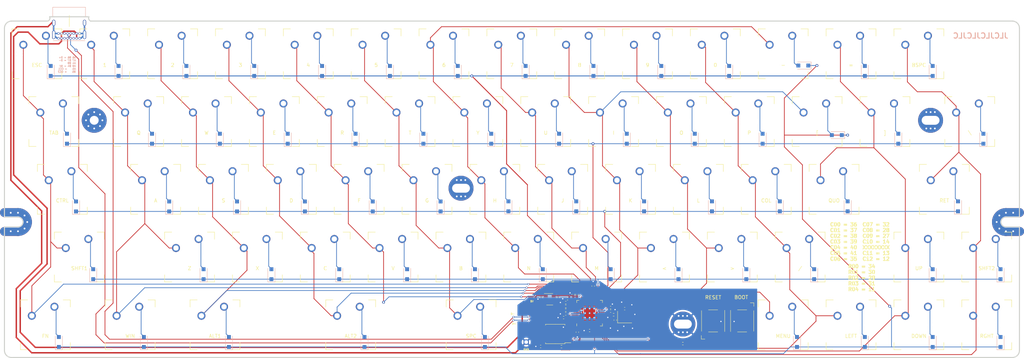
<source format=kicad_pcb>
(kicad_pcb (version 20221018) (generator pcbnew)
  (layers (0 "F.Cu" signal) (31 "B.Cu" signal) (34 "B.Paste" user) (35 "F.Paste" user) (36 "B.SilkS" user "B.Silkscreen") (37 "F.SilkS" user "F.Silkscreen") (38 "B.Mask" user) (39 "F.Mask" user) (44 "Edge.Cuts" user))
  (net 0 "")
  (net 1 "r1")
  (net 2 "r2")
  (net 3 "r3")
  (net 4 "r4")
  (net 5 "c0")
  (net 6 "c1")
  (net 7 "c2")
  (net 8 "c3")
  (net 9 "c4")
  (net 10 "c5")
  (net 11 "c6")
  (net 12 "c7")
  (net 13 "c8")
  (net 14 "c9")
  (net 15 "c10")
  (net 16 "c11")
  (net 17 "c12")
  (net 18 "r0")
  (net 19 "3")
  (net 20 "GND")
  (net 21 "+5V")
  (net 22 "D-")
  (net 23 "D+")
  (net 24 "+3V3")
  (net 25 "+1V1")
  (net 26 "Net-(R3-Pad2)")
  (net 27 "Net-(R4-Pad2)")
  (net 28 "XIN")
  (net 29 "XOUT")
  (net 30 "QSPI_SS")
  (net 31 "QSPI_SD3")
  (net 32 "QSPI_SCLK")
  (net 33 "QSPI_SD0")
  (net 34 "QSPI_SD2")
  (net 35 "QSPI_SD1")
  (net 36 "Net-(C19-Pad1)")
  (net 37 "MISO")
  (net 38 "Net-(R6-Pad2)")
  (net 39 "Net-(SW1-Pad2)")
  (net 40 "MOTION")
  (net 41 "SCLK")
  (net 42 "MOSI")
  (net 43 "Net-(U3-Pad25)")
  (net 44 "Net-(U3-Pad24)")
  (net 45 "Net-(U3-Pad18)")
  (net 46 "Net-(U3-Pad17)")
  (net 47 "Net-(U3-Pad16)")
  (net 48 "Net-(U3-Pad15)")
  (net 49 "Net-(U3-Pad9)")
  (net 50 "Net-(U3-Pad8)")
  (net 51 "Net-(U3-Pad7)")
  (net 52 "Net-(U4-Pad4)")
  (net 53 "Net-(U3-Pad2)")
  (footprint "Button_Switch_keyboard:SW_Cherry_MX_1.00u_PCB" (layer "F.Cu") (at 98.1075 75.438)
    (fp_text reference "W")
    (fp_text value "")
  )
  (footprint "Capacitor_SMD:C_0402_1005Metric" (layer "F.Cu") (at 211.57499 127.71751)
    (fp_text reference "C2" hide)
    (fp_text value "100n")
  )
  (footprint "Capacitor_SMD:C_0402_1005Metric" (layer "F.Cu") (at 192.07499 124.91751 -90)
    (fp_text reference "C15" hide)
    (fp_text value "1u")
  )
  (footprint "Button_Switch_keyboard:SW_Cherry_MX_1.00u_PCB" (layer "F.Cu") (at 69.5325 56.388)
    (fp_text reference "1")
    (fp_text value "")
  )
  (footprint "Capacitor_SMD:C_0402_1005Metric" (layer "F.Cu") (at 202.22499 134.66751 -90)
    (fp_text reference "C4" hide)
    (fp_text value "100n")
  )
  (footprint "Button_Switch_keyboard:SW_Cherry_MX_1.00u_PCB" (layer "F.Cu") (at 288.6075 75.438)
    (fp_text reference "]")
    (fp_text value "")
  )
  (footprint "Button_Switch_keyboard:SW_Cherry_MX_1.00u_PCB" (layer "F.Cu") (at 279.0825 56.388)
    (fp_text reference "=")
    (fp_text value "")
  )
  (footprint "Capacitor_SMD:C_0402_1005Metric" (layer "F.Cu") (at 206.675 121.705 90)
    (fp_text reference "C5" hide)
    (fp_text value "100n")
  )
  (footprint "Capacitor_SMD:C_0402_1005Metric" (layer "F.Cu") (at 201.07499 124.06751 90)
    (fp_text reference "C9" hide)
    (fp_text value "100n")
  )
  (footprint "Button_Switch_keyboard:SW_Cherry_MX_1.00u_PCB" (layer "F.Cu") (at 160.02 94.488)
    (fp_text reference "G")
    (fp_text value "")
  )
  (footprint "Button_Switch_keyboard:SW_Cherry_MX_1.00u_PCB" (layer "F.Cu") (at 298.1325 113.538)
    (fp_text reference "UP")
    (fp_text value "")
  )
  (footprint "Button_Switch_keyboard:MX-1.25U-NoLED" (layer "F.Cu") (at 52.86375 132.588)
    (fp_text reference "FN")
    (fp_text value "")
  )
  (footprint "Button_Switch_keyboard:SW_Cherry_MX_1.00u_PCB" (layer "F.Cu") (at 112.395 113.538)
    (fp_text reference "X")
    (fp_text value "")
  )
  (footprint "Capacitor_SMD:C_0402_1005Metric" (layer "F.Cu") (at 202.12499 124.06751 90)
    (fp_text reference "C8" hide)
    (fp_text value "100n")
  )
  (footprint "locallib:60_Outline-Modded" (layer "F.Cu") (at 183.871 94.4885)
    (fp_text reference "REF**" hide)
    (fp_text value "60_Outline" hide)
    (fp_line (start -142.5 7.8) (end -142.5 -45.3) (stroke (width 0.3)) (layer "Edge.Cuts"))
    (fp_line (start -142.5 10.6) (end -138.7 10.6) (stroke (width 0.3)) (layer "Edge.Cuts"))
    (fp_line (start -142.5 45.3) (end -142.5 10.6) (stroke (width 0.3)) (layer "Edge.Cuts"))
    (fp_line (start -140.5 -47.3) (end -130.3 -47.3) (stroke (width 0.3)) (layer "Edge.Cuts"))
    (fp_line (start -140.5 47.3) (end 140.5 47.3) (stroke (width 0.3)) (layer "Edge.Cuts"))
    (fp_line (start -138.7 7.8) (end -142.5 7.8) (stroke (width 0.3)) (layer "Edge.Cuts"))
    (fp_line (start -129.8 -48.514) (end -118.8 -48.514) (stroke (width 0.3)) (layer "Edge.Cuts"))
    (fp_line (start 138.7 7.8) (end 142.5 7.8) (stroke (width 0.3)) (layer "Edge.Cuts"))
    (fp_line (start 138.7 10.6) (end 142.5 10.6) (stroke (width 0.3)) (layer "Edge.Cuts"))
    (fp_line (start 140.5 -47.3) (end -118.3 -47.3) (stroke (width 0.3)) (layer "Edge.Cuts"))
    (fp_line (start 142.5 7.8) (end 142.5 -45.3) (stroke (width 0.3)) (layer "Edge.Cuts"))
    (fp_line (start 142.5 10.6) (end 142.5 45.3) (stroke (width 0.3)) (layer "Edge.Cuts"))
    (fp_arc (start -142.5 -45.3) (mid -141.914214 -46.714214) (end -140.5 -47.3) (stroke (width 0.3)) (layer "Edge.Cuts"))
    (fp_arc (start -140.5 47.3) (mid -141.914214 46.714214) (end -142.5 45.3) (stroke (width 0.3)) (layer "Edge.Cuts"))
    (fp_arc (start -138.7 7.8) (mid -137.710051 8.210051) (end -137.3 9.2) (stroke (width 0.3)) (layer "Edge.Cuts"))
    (fp_arc (start -137.3 9.2) (mid -137.710051 10.189949) (end -138.7 10.6) (stroke (width 0.3)) (layer "Edge.Cuts"))
    (fp_arc (start -129.8 -48.514) (mid -129.798572 -47.803447) (end -130.3 -47.3) (stroke (width 0.3)) (layer "Edge.Cuts"))
    (fp_arc (start -118.3 -47.3) (mid -118.801428 -47.803447) (end -118.8 -48.514) (stroke (width 0.3)) (layer "Edge.Cuts"))
    (fp_arc (start 137.3 9.2) (mid 137.710051 8.210051) (end 138.7 7.8) (stroke (width 0.3)) (layer "Edge.Cuts"))
    (fp_arc (start 138.7 10.6) (mid 137.710051 10.189949) (end 137.3 9.2) (stroke (width 0.3)) (layer "Edge.Cuts"))
    (fp_arc (start 140.5 -47.3) (mid 141.914214 -46.714214) (end 142.5 -45.3) (stroke (width 0.3)) (layer "Edge.Cuts"))
    (fp_arc (start 142.5 45.3) (mid 141.914214 46.714214) (end 140.5 47.3) (stroke (width 0.3)) (layer "Edge.Cuts"))
  )
  (footprint "Button_Switch_keyboard:SW_Cherry_MX_1.00u_PCB" (layer "F.Cu") (at 298.1325 56.388)
    (fp_text reference "BSPC")
    (fp_text value "")
  )
  (footprint "Capacitor_SMD:C_0402_1005Metric" (layer "F.Cu") (at 215.52499 128.06751)
    (fp_text reference "C19" hide)
    (fp_text value "30p")
  )
  (footprint "Button_Switch_keyboard:MX-2U-NoLED" (layer "F.Cu") (at 172.4025 132.588)
    (fp_text reference "SPC")
    (fp_text value "")
  )
  (footprint "Button_Switch_keyboard:SW_Cherry_MX_1.00u_PCB" (layer "F.Cu") (at 231.4575 75.438)
    (fp_text reference "O")
    (fp_text value "")
  )
  (footprint "Button_Switch_keyboard:SW_Cherry_MX_1.00u_PCB" (layer "F.Cu") (at 279.0825 132.588)
    (fp_text reference "LEFT")
    (fp_text value "")
  )
  (footprint "Button_Switch_keyboard:SW_Cherry_MX_1.00u_PCB" (layer "F.Cu") (at 274.32 94.488)
    (fp_text reference "QUO")
    (fp_text value "")
  )
  (footprint "Button_Switch_keyboard:SW_Cherry_MX_1.00u_PCB" (layer "F.Cu") (at 174.3075 75.438)
    (fp_text reference "Y")
    (fp_text value "")
  )
  (footprint "Capacitor_SMD:C_0402_1005Metric" (layer "F.Cu") (at 205.668657 134.19251 180)
    (fp_text reference "C6" hide)
    (fp_text value "100n")
  )
  (footprint "Package_SO:SOIC-8_5.23x5.23mm_P1.27mm" (layer "F.Cu") (at 196.02499 135.16751 180)
    (fp_text reference "U5" hide)
    (fp_text value "W25Q128JVS")
  )
  (footprint "Button_Switch_keyboard:SW_Cherry_MX_1.00u_PCB" (layer "F.Cu") (at 217.17 94.488)
    (fp_text reference "K")
    (fp_text value "")
  )
  (footprint "Button_Switch_keyboard:SW_Cherry_MX_1.00u_PCB" (layer "F.Cu") (at 202.8825 56.388)
    (fp_text reference "8")
    (fp_text value "")
  )
  (footprint "Button_Switch_keyboard:SW_Cherry_MX_1.00u_PCB" (layer "F.Cu") (at 140.97 94.488)
    (fp_text reference "F")
    (fp_text value "")
  )
  (footprint "Button_Switch_keyboard:SW_Cherry_MX_1.00u_PCB" (layer "F.Cu") (at 260.0325 132.588)
    (fp_text reference "MENU")
    (fp_text value "")
  )
  (footprint "Button_Switch_keyboard:SW_Cherry_MX_1.00u_PCB" (layer "F.Cu") (at 207.645 113.538)
    (fp_text reference "M")
    (fp_text value "")
  )
  (footprint "Button_Switch_keyboard:MX-1.75U-NoLED" (layer "F.Cu") (at 57.62625 94.488)
    (fp_text reference "CTRL")
    (fp_text value "")
  )
  (footprint "Button_Switch_keyboard:SW_Cherry_MX_1.00u_PCB" (layer "F.Cu") (at 226.695 113.538)
    (fp_text reference "<")
    (fp_text value "")
  )
  (footprint "Capacitor_SMD:C_0402_1005Metric" (layer "F.Cu") (at 198.97499 126.31751 180)
    (fp_text reference "C13" hide)
    (fp_text value "1u")
  )
  (footprint "Capacitor_SMD:C_0402_1005Metric" (layer "F.Cu") (at 212.87499 131.26751 90)
    (fp_text reference "C18" hide)
    (fp_text value "30p")
  )
  (footprint "Button_Switch_keyboard:MX-1.5U-NoLED" (layer "F.Cu") (at 312.42 75.438)
    (fp_text reference "\\")
    (fp_text value "")
  )
  (footprint "Resistor_SMD:R_0402_1005Metric" (layer "F.Cu") (at 231.85 137.875)
    (fp_text reference "R6" hide)
    (fp_text value "1k")
  )
  (footprint "Button_Switch_keyboard:SW_Cherry_MX_1.00u_PCB" (layer "F.Cu") (at 164.7825 56.388)
    (fp_text reference "6")
    (fp_text value "")
  )
  (footprint "Capacitor_SMD:C_0402_1005Metric" (layer "F.Cu") (at 196.87499 124.91751 -90)
    (fp_text reference "C16" hide)
    (fp_text value "1u")
  )
  (footprint "Button_Switch_keyboard:SW_Cherry_MX_1.00u_PCB" (layer "F.Cu") (at 79.0575 75.438)
    (fp_text reference "Q")
    (fp_text value "")
  )
  (footprint "Button_Switch_keyboard:SW_Cherry_MX_1.00u_PCB" (layer "F.Cu") (at 117.1575 75.438)
    (fp_text reference "E")
    (fp_text value "")
  )
  (footprint "RP2040:RP2040-QFN-56" (layer "F.Cu") (at 205.67499 129.31751 90)
    (fp_text reference "U3" hide)
    (fp_text value "RP2040")
  )
  (footprint "Button_Switch_keyboard:SW_Cherry_MX_1.00u_PCB" (layer "F.Cu") (at 260.0325 56.388)
    (fp_text reference "-")
    (fp_text value "")
  )
  (footprint "Button_Switch_keyboard:SW_Cherry_MX_1.00u_PCB" (layer "F.Cu") (at 136.2075 75.438)
    (fp_text reference "R")
    (fp_text value "")
  )
  (footprint "Resistor_SMD:R_0402_1005Metric" (layer "F.Cu") (at 198.97499 127.38751)
    (fp_text reference "R4" hide)
    (fp_text value "27")
  )
  (footprint "Button_Switch_keyboard:SW_Cherry_MX_1.00u_PCB" (layer "F.Cu") (at 107.6325 56.388)
    (fp_text reference "3")
    (fp_text value "")
  )
  (footprint "Button_Switch_keyboard:SW_Cherry_MX_1.00u_PCB" (layer "F.Cu") (at 131.445 113.538)
    (fp_text reference "C")
    (fp_text value "")
  )
  (footprint "Button_Switch_keyboard:SW_Cherry_MX_1.00u_PCB" (layer "F.Cu") (at 193.3575 75.438)
    (fp_text reference "U")
    (fp_text value "")
  )
  (footprint "Button_Switch_keyboard:SW_Cherry_MX_1.00u_PCB" (layer "F.Cu") (at 255.27 94.488)
    (fp_text reference "COL")
    (fp_text value "")
  )
  (footprint "Button_Switch_keyboard:SW_Cherry_MX_1.00u_PCB" (layer "F.Cu") (at 121.92 94.488)
    (fp_text reference "D")
    (fp_text value "")
  )
  (footprint "Capacitor_SMD:C_0402_1005Metric" (layer "F.Cu") (at 199.47499 125.26751 180)
    (fp_text reference "C10" hide)
    (fp_text value "1u")
  )
  (footprint "Button_Switch_keyboard:SW_Cherry_MX_1.00u_PCB" (layer "F.Cu") (at 298.1325 132.588)
    (fp_text reference "DOWN")
    (fp_text value "")
  )
  (footprint "Button_Switch_keyboard:SW_Cherry_MX_1.00u_PCB" (layer "F.Cu") (at 212.4075 75.438)
    (fp_text reference "I")
    (fp_text value "")
  )
  (footprint "Button_Switch_keyboard:SW_Cherry_MX_1.00u_PCB" (layer "F.Cu") (at 221.9325 56.388)
    (fp_text reference "9")
    (fp_text value "")
  )
  (footprint "Crystal:Crystal_SMD_3225-4Pin_3.2x2.5mm" (layer "F.Cu") (at 215.52499 130.41751)
    (fp_text reference "Y1" hide)
    (fp_text value "Crystal_GND24")
  )
  (footprint "Button_Switch_keyboard:SW_Cherry_MX_1.00u_PCB" (layer "F.Cu") (at 102.87 94.488)
    (fp_text reference "S")
    (fp_text value "")
  )
  (footprint "Button_Switch_keyboard:SW_Cherry_MX_1.00u_PCB" (layer "F.Cu") (at 179.07 94.488)
    (fp_text reference "H")
    (fp_text value "")
  )
  (footprint "Button_Switch_keyboard:MX-1.5U-NoLED" (layer "F.Cu") (at 55.245 75.438)
    (fp_text reference "TAB")
    (fp_text value "")
  )
  (footprint "Button_Switch_keyboard:SW_Cherry_MX_1.00u_PCB" (layer "F.Cu") (at 245.745 113.538)
    (fp_text reference ">")
    (fp_text value "")
  )
  (footprint "Capacitor_SMD:C_0402_1005Metric" (layer "F.Cu") (at 211.57499 128.74751)
    (fp_text reference "C7" hide)
    (fp_text value "100n")
  )
  (footprint "Resistor_SMD:R_0402_1005Metric" (layer "F.Cu") (at 198.97499 128.46751)
    (fp_text reference "R3" hide)
    (fp_text value "27")
  )
  (footprint "Resistor_SMD:R_0402_1005Metric" (layer "F.Cu") (at 212.42499 129.76751 180)
    (fp_text reference "R7" hide)
    (fp_text value "1k")
  )
  (footprint "Button_Switch_keyboard:SW_Cherry_MX_1.00u_PCB" (layer "F.Cu") (at 198.12 94.488)
    (fp_text reference "J")
    (fp_text value "")
  )
  (footprint "Button_Switch_SMD:SW_SPST_Omron_B3FS-100xP" (layer "F.Cu") (at 248.5 131.5 -90)
    (fp_text reference "SW2" hide)
    (fp_text value "SW_Push")
  )
  (footprint "Button_Switch_SMD:SW_SPST_Omron_B3FS-100xP" (layer "F.Cu") (at 240.35 131.5 90)
    (fp_text reference "SW1" hide)
    (fp_text value "SW_Push")
  )
  (footprint "Button_Switch_keyboard:SW_Cherry_MX_1.00u_PCB" (layer "F.Cu") (at 264.795 113.538)
    (fp_text reference "/")
    (fp_text value "")
  )
  (footprint "Button_Switch_keyboard:SW_Cherry_MX_1.00u_PCB" (layer "F.Cu") (at 50.4825 56.388)
    (fp_text reference "ESC")
    (fp_text value "")
  )
  (footprint "Button_Switch_keyboard:SW_Cherry_MX_1.00u_PCB" (layer "F.Cu") (at 93.345 113.538)
    (fp_text reference "Z")
    (fp_text value "")
  )
  (footprint "Resistor_SMD:R_0402_1005Metric" (layer "F.Cu") (at 197.77499 138.71751)
    (fp_text reference "R5" hide)
    (fp_text value "10k")
  )
  (footprint "Button_Switch_keyboard:MX-2.25U-NoLED" (layer "F.Cu") (at 62.38875 113.538)
    (fp_text reference "SHFT1")
    (fp_text value "")
  )
  (footprint "Button_Switch_keyboard:SW_Cherry_MX_1.00u_PCB" (layer "F.Cu") (at 240.9825 56.388)
    (fp_text reference "0")
    (fp_text value "")
  )
  (footprint "Button_Switch_keyboard:SW_Cherry_MX_1.00u_PCB" (layer "F.Cu") (at 269.5575 75.438)
    (fp_text reference "[")
    (fp_text value "")
  )
  (footprint "Button_Switch_keyboard:SW_Cherry_MX_1.00u_PCB" (layer "F.Cu") (at 236.22 94.488)
    (fp_text reference "L")
    (fp_text value "")
  )
  (footprint "Button_Switch_keyboard:SW_Cherry_MX_1.00u_PCB" (layer "F.Cu") (at 83.82 94.488)
    (fp_text reference "A")
    (fp_text value "")
  )
  (footprint "Button_Switch_keyboard:SW_Cherry_MX_1.00u_PCB" (layer "F.Cu") (at 155.2575 75.438)
    (fp_text reference "T")
    (fp_text value "")
  )
  (footprint "Button_Switch_keyboard:SW_Cherry_MX_1.00u_PCB" (layer "F.Cu") (at 126.6825 56.388)
    (fp_text reference "4")
    (fp_text value "")
  )
  (footprint "Button_Switch_keyboard:SW_Cherry_MX_1.00u_PCB" (layer "F.Cu") (at 250.5075 75.438)
    (fp_text reference "P")
    (fp_text value "")
  )
  (footprint "Button_Switch_keyboard:SW_Cherry_MX_1.00u_PCB" (layer "F.Cu") (at 88.5825 56.388)
    (fp_text reference "2")
    (fp_text value "")
  )
  (footprint "Capacitor_SMD:C_0402_1005Metric" (layer "F.Cu") (at 198.37499 130.56751 180)
    (fp_text reference "C1" hide)
    (fp_text value "100n")
  )
  (footprint "Button_Switch_keyboard:MX-1.25U-NoLED" (layer "F.Cu") (at 138.58875 132.588)
    (fp_text reference "ALT2")
    (fp_text value "")
  )
  (footprint "Button_Switch_keyboard:SW_Cherry_MX_1.00u_PCB" (layer "F.Cu") (at 150.495 113.538)
    (fp_text reference "V")
    (fp_text value "")
  )
  (footprint "Button_Switch_keyboard:SW_Cherry_MX_1.00u_PCB" (layer "F.Cu") (at 169.545 113.538)
    (fp_text reference "B")
    (fp_text value "")
  )
  (footprint "Capacitor_SMD:C_0402_1005Metric" (layer "F.Cu") (at 191.92499 138.66751 180)
    (fp_text reference "C17" hide)
    (fp_text value "100n")
  )
  (footprint "Button_Switch_keyboard:SW_Cherry_MX_1.00u_PCB" (layer "F.Cu") (at 183.8325 56.388)
    (fp_text reference "7")
    (fp_text value "")
  )
  (footprint "Button_Switch_keyboard:MX-1.25U-NoLED" (layer "F.Cu") (at 100.48875 132.588)
    (fp_text reference "ALT1")
    (fp_text value "")
  )
  (footprint "Button_Switch_keyboard:SW_Cherry_MX_1.00u_PCB" (layer "F.Cu") (at 317.1825 113.538)
    (fp_text reference "SHFT2")
    (fp_text value "")
  )
  (footprint "Button_Switch_keyboard:SW_Cherry_MX_1.00u_PCB" (layer "F.Cu") (at 188.595 113.538)
    (fp_text reference "N")
    (fp_text value "")
  )
  (footprint "Button_Switch_keyboard:SW_Cherry_MX_1.00u_PCB" (layer "F.Cu") (at 145.7325 56.388)
    (fp_text reference "5")
    (fp_text value "")
  )
  (footprint "Button_Switch_keyboard:MX-1.25U-NoLED" (layer "F.Cu") (at 76.67625 132.588)
    (fp_text reference "WIN")
    (fp_text value "")
  )
  (footprint "Capacitor_SMD:C_0402_1005Metric" (layer "F.Cu") (at 198.97499 129.51751 180)
    (fp_text reference "C3" hide)
    (fp_text value "100n")
  )
  (footprint "Button_Switch_keyboard:MX-2.25U-NoLED" (layer "F.Cu") (at 305.27625 94.488)
    (fp_text reference "RET")
    (fp_text value "")
  )
  (footprint "Package_TO_SOT_SMD:SOT-23-5" (layer "F.Cu") (at 194.47499 125.41751)
    (fp_text reference "U4" hide)
    (fp_text value "TLV73333PDBV")
  )
  (footprint "Button_Switch_keyboard:SW_Cherry_MX_1.00u_PCB" (layer "F.Cu") (at 317.1825 132.588)
    (fp_text reference "RGHT")
    (fp_text value "")
  )
  (footprint "" (layer "F.Cu") (at 187.875 137.45)
    (fp_text reference "")
    (fp_text value "")
  )
  (footprint "Diode_SMD:D_SOD-123F" (layer "B.Cu") (at 125.73 99.314 90)
    (fp_text reference "D_D" hide)
    (fp_text value " ")
  )
  (footprint "Diode_SMD:D_SOD-123F" (layer "B.Cu") (at 230.632 118.364 90)
    (fp_text reference "D_<" hide)
    (fp_text value " ")
  )
  (footprint "Diode_SMD:D_SOD-123F" (layer "B.Cu") (at 142.464673 137.414 90)
    (fp_text reference "D_ALT2" hide)
    (fp_text value " ")
  )
  (footprint "Diode_SMD:D_SOD-123F" (layer "B.Cu") (at 321.056 118.364 90)
    (fp_text reference "D_SHFT2" hide)
    (fp_text value " ")
  )
  (footprint "Diode_SMD:D_SOD-123F" (layer "B.Cu") (at 82.804 80.264 90)
    (fp_text reference "D_Q" hide)
    (fp_text value " ")
  )
  (footprint "Diode_SMD:D_SOD-123F" (layer "B.Cu") (at 235.204 80.264 90)
    (fp_text reference "D_O" hide)
    (fp_text value " ")
  )
  (footprint "Diode_SMD:D_SOD-123F" (layer "B.Cu") (at 120.904 80.264 90)
    (fp_text reference "D_E" hide)
    (fp_text value " ")
  )
  (footprint "Diode_SMD:D_SOD-123F" (layer "B.Cu") (at 111.506 61.214 90)
    (fp_text reference "D_3" hide)
    (fp_text value " ")
  )
  (footprint "Diode_SMD:D_SOD-123F" (layer "B.Cu") (at 216.110898 80.264 90)
    (fp_text reference "D_I" hide)
    (fp_text value " ")
  )
  (footprint "Diode_SMD:D_SOD-123F" (layer "B.Cu") (at 135.382 118.364 90)
    (fp_text reference "D_C" hide)
    (fp_text value " ")
  )
  (footprint "Connector_USB:USB_C_Receptacle_GCT_USB4085" (layer "B.Cu") (at 56.55 52.035)
    (fp_text reference "USB" hide)
    (fp_text value "USB_C_Receptacle_GCT_USB4085")
  )
  (footprint "Diode_SMD:D_SOD-123F" (layer "B.Cu") (at 211.582 118.364 90)
    (fp_text reference "D_M" hide)
    (fp_text value " ")
  )
  (footprint "Diode_SMD:D_SOD-123F" (layer "B.Cu") (at 268.732 118.364 90)
    (fp_text reference "D_/" hide)
    (fp_text value " ")
  )
  (footprint "Diode_SMD:D_SOD-123F" (layer "B.Cu") (at 302.006 137.414 90)
    (fp_text reference "D_DOWN" hide)
    (fp_text value " ")
  )
  (footprint "Diode_SMD:D_SOD-123F" (layer "B.Cu") (at 87.63 99.314 90)
    (fp_text reference "D_A" hide)
    (fp_text value " ")
  )
  (footprint "Diode_SMD:D_SOD-123F" (layer "B.Cu") (at 178.054 80.264 90)
    (fp_text reference "D_Y" hide)
    (fp_text value " ")
  )
  (footprint "Diode_SMD:D_SOD-123F" (layer "B.Cu") (at 197.104 80.264 90)
    (fp_text reference "D_U" hide)
    (fp_text value " ")
  )
  (footprint "Diode_SMD:D_SOD-123F" (layer "B.Cu") (at 92.456 61.214 90)
    (fp_text reference "D_2" hide)
    (fp_text value " ")
  )
  (footprint "Diode_SMD:D_SOD-123F" (layer "B.Cu") (at 163.83 99.314 90)
    (fp_text reference "D_G" hide)
    (fp_text value " ")
  )
  (footprint "Diode_SMD:D_SOD-123F" (layer "B.Cu") (at 263.906 137.414 90)
    (fp_text reference "D_MENU" hide)
    (fp_text value " ")
  )
  (footprint "Diode_SMD:D_SOD-123F" (layer "B.Cu") (at 254.254 80.264 90)
    (fp_text reference "D_P" hide)
    (fp_text value " ")
  )
  (footprint "Diode_SMD:D_SOD-123F" (layer "B.Cu") (at 139.954 80.264 90)
    (fp_text reference "D_R" hide)
    (fp_text value " ")
  )
  (footprint "Diode_SMD:D_SOD-123F" (layer "B.Cu") (at 61.468 99.314 90)
    (fp_text reference "D_CTRL" hide)
    (fp_text value " ")
  )
  (footprint "Diode_SMD:D_SOD-123F" (layer "B.Cu") (at 244.856 61.214 90)
    (fp_text reference "D_0" hide)
    (fp_text value " ")
  )
  (footprint "Diode_SMD:D_SOD-123F" (layer "B.Cu") (at 292.354 80.264 90)
    (fp_text reference "D_]" hide)
    (fp_text value " ")
  )
  (footprint "Diode_SMD:D_SOD-123F" (layer "B.Cu") (at 302.006 118.364 90)
    (fp_text reference "D_UP" hide)
    (fp_text value " ")
  )
  (footprint "Diode_SMD:D_SOD-123F" (layer "B.Cu") (at 97.282 118.364 90)
    (fp_text reference "D_Z" hide)
    (fp_text value " ")
  )
  (footprint "Diode_SMD:D_SOD-123F" (layer "B.Cu") (at 282.956 137.414 90)
    (fp_text reference "D_LEFT" hide)
    (fp_text value " ")
  )
  (footprint "Diode_SMD:D_SOD-123F" (layer "B.Cu") (at 80.518 137.414 90)
    (fp_text reference "D_WIN" hide)
    (fp_text value " ")
  )
  (footprint "Diode_SMD:D_SOD-123F" (layer "B.Cu") (at 206.756 61.214 90)
    (fp_text reference "D_8" hide)
    (fp_text value " ")
  )
  (footprint "Diode_SMD:D_SOD-123F" (layer "B.Cu") (at 220.98 99.284293 90)
    (fp_text reference "D_K" hide)
    (fp_text value " ")
  )
  (footprint "Diode_SMD:D_SOD-123F" (layer "B.Cu") (at 278.13 99.284293 90)
    (fp_text reference "D_QUO" hide)
    (fp_text value " ")
  )
  (footprint "Diode_SMD:D_SOD-123F" (layer "B.Cu") (at 176.276 137.414 90)
    (fp_text reference "D_SPC" hide)
    (fp_text value " ")
  )
  (footprint "Diode_SMD:D_SOD-123F" (layer "B.Cu") (at 182.88 99.284293 90)
    (fp_text reference "D_H" hide)
    (fp_text value " ")
  )
  (footprint "Diode_SMD:D_SOD-123F" (layer "B.Cu") (at 149.606 61.214 90)
    (fp_text reference "D_5" hide)
    (fp_text value " ")
  )
  (footprint "Diode_SMD:D_SOD-123F" (layer "B.Cu") (at 192.532 118.364 90)
    (fp_text reference "D_N" hide)
    (fp_text value " ")
  )
  (footprint "Diode_SMD:D_SOD-123F" (layer "B.Cu") (at 187.706 61.214 90)
    (fp_text reference "D_7" hide)
    (fp_text value " ")
  )
  (footprint "Diode_SMD:D_SOD-123F" (layer "B.Cu") (at 259.08 99.284293 90)
    (fp_text reference "D_COL" hide)
    (fp_text value " ")
  )
  (footprint "Diode_SMD:D_SOD-123F" (layer "B.Cu") (at 249.682 118.364 90)
    (fp_text reference "D_>" hide)
    (fp_text value " ")
  )
  (footprint "Diode_SMD:D_SOD-123F" (layer "B.Cu") (at 58.928 80.264 90)
    (fp_text reference "D_TAB" hide)
    (fp_text value " ")
  )
  (footprint "Diode_SMD:D_SOD-123F" (layer "B.Cu") (at 309.118 99.284293 90)
    (fp_text reference "D_RET" hide)
    (fp_text value " ")
  )
  (footprint "Diode_SMD:D_SOD-123F" (layer "B.Cu") (at 173.482 118.364 90)
    (fp_text reference "D_B" hide)
    (fp_text value " ")
  )
  (footprint "Diode_SMD:D_SOD-123F" (layer "B.Cu") (at 130.556 61.214 90)
    (fp_text reference "D_4" hide)
    (fp_text value " ")
  )
  (footprint "Diode_SMD:D_SOD-123F" (layer "B.Cu") (at 240.03 99.284293 90)
    (fp_text reference "D_L" hide)
    (fp_text value " ")
  )
  (footprint "Diode_SMD:D_SOD-123F" (layer "B.Cu") (at 116.332 118.364 90)
    (fp_text reference "D_X" hide)
    (fp_text value " ")
  )
  (footprint "Diode_SMD:D_SOD-123F" (layer "B.Cu") (at 321.056 137.414 90)
    (fp_text reference "D_RGHT" hide)
    (fp_text value " ")
  )
  (footprint "Diode_SMD:D_SOD-123F" (layer "B.Cu") (at 275.082 79.248 180)
    (fp_text reference "D_[" hide)
    (fp_text value " ")
  )
  (footprint "Diode_SMD:D_SOD-123F" (layer "B.Cu") (at 168.656 61.214 90)
    (fp_text reference "D_6" hide)
    (fp_text value " ")
  )
  (footprint "Diode_SMD:D_SOD-123F" (layer "B.Cu") (at 73.406 61.214 90)
    (fp_text reference "D_1" hide)
    (fp_text value " ")
  )
  (footprint "Diode_SMD:D_SOD-123F" (layer "B.Cu") (at 54.356 61.214 90)
    (fp_text reference "D_ESC" hide)
    (fp_text value " ")
  )
  (footprint "Diode_SMD:D_SOD-123F" (layer "B.Cu") (at 225.806 61.214 90)
    (fp_text reference "D_9" hide)
    (fp_text value " ")
  )
  (footprint "Diode_SMD:D_SOD-123F" (layer "B.Cu") (at 159.004 80.264 90)
    (fp_text reference "D_T" hide)
    (fp_text value " ")
  )
  (footprint "Diode_SMD:D_SOD-123F" (layer "B.Cu") (at 144.78 99.314 90)
    (fp_text reference "D_F" hide)
    (fp_text value " ")
  )
  (footprint "Diode_SMD:D_SOD-123F" (layer "B.Cu") (at 106.68 99.314 90)
    (fp_text reference "D_S" hide)
    (fp_text value " ")
  )
  (footprint "Diode_SMD:D_SOD-123F" (layer "B.Cu") (at 265.684 59.69 180)
    (fp_text reference "D_-" hide)
    (fp_text value " ")
  )
  (footprint "Diode_SMD:D_SOD-123F" (layer "B.Cu") (at 66.294 118.364 90)
    (fp_text reference "D_SHFT1" hide)
    (fp_text value " ")
  )
  (footprint "Diode_SMD:D_SOD-123F" (layer "B.Cu") (at 302.006 61.214 90)
    (fp_text reference "D_BSPC" hide)
    (fp_text value " ")
  )
  (footprint "Diode_SMD:D_SOD-123F" (layer "B.Cu") (at 282.956 61.214 90)
    (fp_text reference "D_=" hide)
    (fp_text value " ")
  )
  (footprint "Diode_SMD:D_SOD-123F" (layer "B.Cu") (at 104.394 137.414 90)
    (fp_text reference "D_ALT1" hide)
    (fp_text value " ")
  )
  (footprint "Diode_SMD:D_SOD-123F" (layer "B.Cu") (at 201.93 99.284293 90)
    (fp_text reference "D_J" hide)
    (fp_text value " ")
  )
  (footprint "Diode_SMD:D_SOD-123F" (layer "B.Cu") (at 101.854 80.264 90)
    (fp_text reference "D_W" hide)
    (fp_text value " ")
  )
  (footprint "Diode_SMD:D_SOD-123F" (layer "B.Cu") (at 154.432 118.364 90)
    (fp_text reference "D_V" hide)
    (fp_text value " ")
  )
  (footprint "Diode_SMD:D_SOD-123F" (layer "B.Cu") (at 56.642 137.414 90)
    (fp_text reference "D_FN" hide)
    (fp_text value " ")
  )
  (footprint "Diode_SMD:D_SOD-123F" (layer "B.Cu") (at 316.243361 80.264 90)
    (fp_text reference "D_\\" hide)
    (fp_text value " ")
  )
  (gr_text "JLCJLCJLCJLC" (at 315.468 51.308) (layer "B.SilkS") (effects (font (size 1.5 1.5) (thickness 0.3)) (justify mirror)))
  (gr_text "A6 B6 = D+\nA7 B7 = D-\nA4 B9\nA9 B4 = 5V\nA5    = CC1\nB5    = CC2" (at 61.468 59.436) (layer "B.SilkS") (effects (font (size 0.5 0.5) (thickness 0.125)) (justify left mirror)))
  (gr_text "D+" (at 184.45 132.275) (layer "F.SilkS") (effects (font (size 0.5 0.5) (thickness 0.125))))
  (gr_text "5V" (at 189.484 125.984) (layer "F.SilkS") (effects (font (size 0.5 0.5) (thickness 0.125))))
  (gr_text "BOOT" (at 248.25 124.85) (layer "F.SilkS") (effects (font (size 1 1))))
  (gr_text "C00 = 36  C07 = 32\nC01 = 37  C08 = 28\nC02 = 38  C09 = 27\nC03 = 39  C10 = 14\nC04 = 40  XXXXXXXX\nC05 = 41  C11 = 13\nC06 = 35  C12 = 12" (at 273.05 109.22) (layer "F.SilkS") (effects (font (size 1 1) (thickness 0.25)) (justify left)))
  (gr_text "RESET" (at 240.375 124.9) (layer "F.SilkS") (effects (font (size 1 1))))
  (gr_text "R00 = 34\nR01 = 30\nR02 = 29\nR03 = 31\nR04 = 11" (at 278.13 119.38) (layer "F.SilkS") (effects (font (size 1 1) (thickness 0.25)) (justify left)))
  (gr_text "GND" (at 187.875 139.525) (layer "F.SilkS") (effects (font (size 0.5 0.5) (thickness 0.125))))
  (gr_text "D-" (at 184.075 129.525) (layer "F.SilkS") (effects (font (size 0.5 0.5) (thickness 0.125))))
  (via (at 61.468 55.372) (size 0.8) (drill 0.4) (layers "F.Cu" "B.Cu") (net 0))
  (via (at 147.828 126.238) (size 0.8) (drill 0.4) (layers "F.Cu" "B.Cu") (net 0))
  (segment (start 148.844 51.78575) (end 148.844 58.95825) (width 0.2) (layer "B.Cu") (net 0))
  (segment (start 63.834 51.051) (end 63.834 47.671) (width 0.4) (layer "B.Cu") (net 0))
  (segment (start 62.484 50.681) (end 63.464 50.681) (width 0.4) (layer "B.Cu") (net 0))
  (segment (start 148.844 58.95825) (end 149.606 59.72025) (width 0.2) (layer "B.Cu") (net 0))
  (segment (start 62.854 52.031) (end 63.834 51.051) (width 0.4) (layer "B.Cu") (net 0))
  (segment (start 207.87499 124.439331) (end 210.82 121.494321) (width 0.2) (layer "F.Cu") (net 1))
  (segment (start 206.626 108.074) (end 206.626 81.664) (width 0.2) (layer "F.Cu") (net 1))
  (segment (start 210.82 112.268) (end 206.626 108.074) (width 0.2) (layer "F.Cu") (net 1))
  (segment (start 210.82 121.494321) (end 210.82 112.268) (width 0.2) (layer "F.Cu") (net 1))
  (segment (start 207.87499 125.88001) (end 207.87499 124.439331) (width 0.2) (layer "F.Cu") (net 1))
  (via (at 206.626 81.664) (size 0.8) (drill 0.4) (layers "F.Cu" "B.Cu") (net 1))
  (segment (start 215.392 70.83575) (end 215.392 78.00825) (width 0.2) (layer "B.Cu") (net 1))
  (segment (start 120.142 70.83575) (end 120.142 78.00825) (width 0.2) (layer "B.Cu") (net 1))
  (segment (start 82.042 78.008249) (end 82.804 78.770249) (width 0.2) (layer "B.Cu") (net 1))
  (segment (start 206.626 81.664) (end 316.243361 81.664) (width 0.2) (layer "B.Cu") (net 1))
  (segment (start 315.468 70.83575) (end 315.468 78.00825) (width 0.2) (layer "B.Cu") (net 1))
  (segment (start 291.592 78.00825) (end 292.354 78.77025) (width 0.2) (layer "B.Cu") (net 1))
  (segment (start 58.166 78.00825) (end 58.928 78.77025) (width 0.2) (layer "B.Cu") (net 1))
  (segment (start 234.442 70.83575) (end 234.442 78.00825) (width 0.2) (layer "B.Cu") (net 1))
  (segment (start 253.492 78.008249) (end 254.254 78.770249) (width 0.2) (layer "B.Cu") (net 1))
  (segment (start 177.292 78.00825) (end 178.054 78.77025) (width 0.2) (layer "B.Cu") (net 1))
  (segment (start 215.392 78.00825) (end 216.154 78.77025) (width 0.2) (layer "B.Cu") (net 1))
  (segment (start 196.342 70.835749) (end 196.342 78.008249) (width 0.2) (layer "B.Cu") (net 1))
  (segment (start 196.342 78.008249) (end 197.104 78.770249) (width 0.2) (layer "B.Cu") (net 1))
  (segment (start 58.928 81.664) (end 206.626 81.664) (width 0.2) (layer "B.Cu") (net 1))
  (segment (start 139.192 78.00825) (end 139.954 78.77025) (width 0.2) (layer "B.Cu") (net 1))
  (segment (start 315.468 78.00825) (end 316.23 78.77025) (width 0.2) (layer "B.Cu") (net 1))
  (segment (start 82.042 70.835749) (end 82.042 78.008249) (width 0.2) (layer "B.Cu") (net 1))
  (segment (start 139.192 70.83575) (end 139.192 78.00825) (width 0.2) (layer "B.Cu") (net 1))
  (segment (start 234.442 78.00825) (end 235.204 78.77025) (width 0.2) (layer "B.Cu") (net 1))
  (segment (start 177.292 70.83575) (end 177.292 78.00825) (width 0.2) (layer "B.Cu") (net 1))
  (segment (start 158.242 70.83575) (end 158.242 78.00825) (width 0.2) (layer "B.Cu") (net 1))
  (segment (start 101.092 70.83575) (end 101.092 78.00825) (width 0.2) (layer "B.Cu") (net 1))
  (segment (start 158.242 78.00825) (end 159.004 78.77025) (width 0.2) (layer "B.Cu") (net 1))
  (segment (start 101.092 78.00825) (end 101.854 78.77025) (width 0.2) (layer "B.Cu") (net 1))
  (segment (start 291.592 70.83575) (end 291.592 78.00825) (width 0.2) (layer "B.Cu") (net 1))
  (segment (start 120.142 78.00825) (end 120.904 78.77025) (width 0.2) (layer "B.Cu") (net 1))
  (segment (start 58.166 70.83575) (end 58.166 78.00825) (width 0.2) (layer "B.Cu") (net 1))
  (segment (start 253.492 70.835749) (end 253.492 78.008249) (width 0.2) (layer "B.Cu") (net 1))
  (segment (start 209.928 105.026) (end 214.376 109.474) (width 0.2) (layer "F.Cu") (net 2))
  (segment (start 208.27499 125.88001) (end 208.27499 125.02601) (width 0.2) (layer "F.Cu") (net 2))
  (segment (start 214.376 109.474) (end 214.376 118.925) (width 0.2) (layer "F.Cu") (net 2))
  (segment (start 209.928 100.714) (end 209.928 105.026) (width 0.2) (layer "F.Cu") (net 2))
  (segment (start 208.27499 125.02601) (end 214.376 118.925) (width 0.2) (layer "F.Cu") (net 2))
  (via (at 209.928 100.714) (size 0.8) (drill 0.4) (layers "F.Cu" "B.Cu") (net 2))
  (segment (start 60.691083 97.05825) (end 61.453083 97.82025) (width 0.2) (layer "B.Cu") (net 2))
  (segment (start 144.018 89.88575) (end 144.018 97.05825) (width 0.2) (layer "B.Cu") (net 2))
  (segment (start 239.268 89.88575) (end 239.268 97.05825) (width 0.2) (layer "B.Cu") (net 2))
  (segment (start 124.968 89.88575) (end 124.968 97.05825) (width 0.2) (layer "B.Cu") (net 2))
  (segment (start 258.318 89.88575) (end 258.318 97.05825) (width 0.2) (layer "B.Cu") (net 2))
  (segment (start 309.088293 100.714) (end 309.118 100.684293) (width 0.2) (layer "B.Cu") (net 2))
  (segment (start 239.268 97.05825) (end 240.03 97.82025) (width 0.2) (layer "B.Cu") (net 2))
  (segment (start 308.356 97.05825) (end 309.118 97.82025) (width 0.2) (layer "B.Cu") (net 2))
  (segment (start 86.868 89.88575) (end 86.868 97.05825) (width 0.2) (layer "B.Cu") (net 2))
  (segment (start 124.968 97.05825) (end 125.73 97.82025) (width 0.2) (layer "B.Cu") (net 2))
  (segment (start 201.168 89.88575) (end 201.168 97.05825) (width 0.2) (layer "B.Cu") (net 2))
  (segment (start 86.868 97.05825) (end 87.63 97.82025) (width 0.2) (layer "B.Cu") (net 2))
  (segment (start 220.218 97.058249) (end 220.98 97.820249) (width 0.2) (layer "B.Cu") (net 2))
  (segment (start 277.368 97.05825) (end 278.13 97.82025) (width 0.2) (layer "B.Cu") (net 2))
  (segment (start 182.118 97.058249) (end 182.88 97.820249) (width 0.2) (layer "B.Cu") (net 2))
  (segment (start 201.168 97.05825) (end 201.93 97.82025) (width 0.2) (layer "B.Cu") (net 2))
  (segment (start 163.068 89.88575) (end 163.068 97.05825) (width 0.2) (layer "B.Cu") (net 2))
  (segment (start 61.468 100.714) (end 209.928 100.714) (width 0.2) (layer "B.Cu") (net 2))
  (segment (start 60.691083 89.88575) (end 60.691083 97.05825) (width 0.2) (layer "B.Cu") (net 2))
  (segment (start 182.118 89.885749) (end 182.118 97.058249) (width 0.2) (layer "B.Cu") (net 2))
  (segment (start 105.918 89.885749) (end 105.918 97.058249) (width 0.2) (layer "B.Cu") (net 2))
  (segment (start 105.918 97.058249) (end 106.68 97.820249) (width 0.2) (layer "B.Cu") (net 2))
  (segment (start 308.356 89.88575) (end 308.356 97.05825) (width 0.2) (layer "B.Cu") (net 2))
  (segment (start 209.928 100.714) (end 309.088293 100.714) (width 0.2) (layer "B.Cu") (net 2))
  (segment (start 144.018 97.05825) (end 144.78 97.82025) (width 0.2) (layer "B.Cu") (net 2))
  (segment (start 258.318 97.05825) (end 259.08 97.82025) (width 0.2) (layer "B.Cu") (net 2))
  (segment (start 163.068 97.05825) (end 163.83 97.82025) (width 0.2) (layer "B.Cu") (net 2))
  (segment (start 277.368 89.88575) (end 277.368 97.05825) (width 0.2) (layer "B.Cu") (net 2))
  (segment (start 220.218 89.885749) (end 220.218 97.058249) (width 0.2) (layer "B.Cu") (net 2))
  (segment (start 207.47499 124.050009) (end 207.47499 125.88001) (width 0.2) (layer "F.Cu") (net 3))
  (segment (start 208.05 123.474999) (end 207.47499 124.050009) (width 0.2) (layer "F.Cu") (net 3))
  (segment (start 208.05 123.474999) (end 208.05 121.325) (width 0.2) (layer "F.Cu") (net 3))
  (via (at 208.05 121.325) (size 0.6) (drill 0.35) (layers "F.Cu" "B.Cu") (net 3))
  (segment (start 229.87 108.93575) (end 229.87 116.10825) (width 0.2) (layer "B.Cu") (net 3))
  (segment (start 96.52 108.906043) (end 96.52 116.078543) (width 0.2) (layer "B.Cu") (net 3))
  (segment (start 153.61122 116.10825) (end 154.37322 116.87025) (width 0.2) (layer "B.Cu") (net 3))
  (segment (start 172.72 116.078) (end 173.482 116.84) (width 0.2) (layer "B.Cu") (net 3))
  (segment (start 248.92 116.100854) (end 249.682 116.862854) (width 0.2) (layer "B.Cu") (net 3))
  (segment (start 267.716 108.928354) (end 267.716 116.100854) (width 0.2) (layer "B.Cu") (net 3))
  (segment (start 320.294 108.93575) (end 320.294 116.10825) (width 0.2) (layer "B.Cu") (net 3))
  (segment (start 208.05 119.764) (end 209.68 119.764) (width 0.2) (layer "B.Cu") (net 3))
  (segment (start 191.77 108.906043) (end 191.77 116.078543) (width 0.2) (layer "B.Cu") (net 3))
  (segment (start 134.62 116.078543) (end 135.382 116.840543) (width 0.2) (layer "B.Cu") (net 3))
  (segment (start 65.532 108.93575) (end 65.532 116.10825) (width 0.2) (layer "B.Cu") (net 3))
  (segment (start 96.52 116.078543) (end 97.282 116.840543) (width 0.2) (layer "B.Cu") (net 3))
  (segment (start 209.68 119.764) (end 321.31 119.764) (width 0.2) (layer "B.Cu") (net 3))
  (segment (start 66.294 119.764) (end 208.05 119.764) (width 0.2) (layer "B.Cu") (net 3))
  (segment (start 65.532 116.10825) (end 66.294 116.87025) (width 0.2) (layer "B.Cu") (net 3))
  (segment (start 267.716 116.100854) (end 268.478 116.862854) (width 0.2) (layer "B.Cu") (net 3))
  (segment (start 134.62 108.906043) (end 134.62 116.078543) (width 0.2) (layer "B.Cu") (net 3))
  (segment (start 208.05 121.325) (end 208.05 119.764) (width 0.2) (layer "B.Cu") (net 3))
  (segment (start 153.61122 108.93575) (end 153.61122 116.10825) (width 0.2) (layer "B.Cu") (net 3))
  (segment (start 301.244 116.10825) (end 302.006 116.87025) (width 0.2) (layer "B.Cu") (net 3))
  (segment (start 191.77 116.078543) (end 192.532 116.840543) (width 0.2) (layer "B.Cu") (net 3))
  (segment (start 301.244 108.93575) (end 301.244 116.10825) (width 0.2) (layer "B.Cu") (net 3))
  (segment (start 320.294 116.10825) (end 321.056 116.87025) (width 0.2) (layer "B.Cu") (net 3))
  (segment (start 229.87 116.10825) (end 230.632 116.87025) (width 0.2) (layer "B.Cu") (net 3))
  (segment (start 115.57 116.10825) (end 116.332 116.87025) (width 0.2) (layer "B.Cu") (net 3))
  (segment (start 172.72 108.9055) (end 172.72 116.078) (width 0.2) (layer "B.Cu") (net 3))
  (segment (start 115.57 108.93575) (end 115.57 116.10825) (width 0.2) (layer "B.Cu") (net 3))
  (segment (start 248.92 108.928354) (end 248.92 116.100854) (width 0.2) (layer "B.Cu") (net 3))
  (segment (start 265.43 102.87) (end 289.938 127.378) (width 0.2) (layer "F.Cu") (net 4))
  (segment (start 269.494 59.69) (end 260.35 68.834) (width 0.2) (layer "F.Cu") (net 4))
  (segment (start 260.35 68.834) (end 260.35 79.248) (width 0.2) (layer "F.Cu") (net 4))
  (segment (start 260.35 79.248) (end 278.13 79.248) (width 0.2) (layer "F.Cu") (net 4))
  (segment (start 207.07499 132.75501) (end 207.07499 139.5) (width 0.2) (layer "F.Cu") (net 4))
  (segment (start 265.43 87.63) (end 265.43 102.87) (width 0.2) (layer "F.Cu") (net 4))
  (segment (start 260.35 82.55) (end 265.43 87.63) (width 0.2) (layer "F.Cu") (net 4))
  (segment (start 260.35 79.248) (end 260.35 82.55) (width 0.2) (layer "F.Cu") (net 4))
  (via (at 278.13 79.248) (size 0.8) (drill 0.4) (layers "F.Cu" "B.Cu") (net 4))
  (via (at 269.494 59.69) (size 0.8) (drill 0.4) (layers "F.Cu" "B.Cu") (net 4))
  (via (at 207.07499 139.5) (size 0.6) (drill 0.35) (layers "F.Cu" "B.Cu") (net 4))
  (via (at 289.938 127.378) (size 0.8) (drill 0.4) (layers "F.Cu" "B.Cu") (net 4))
  (segment (start 79.756 127.963184) (end 79.756 135.135684) (width 0.2) (layer "B.Cu") (net 4))
  (segment (start 290.452 138.814) (end 321.056 138.814) (width 0.2) (layer "B.Cu") (net 4))
  (segment (start 263.144 58.95825) (end 263.906 59.72025) (width 0.2) (layer "B.Cu") (net 4))
  (segment (start 272.542 77.990984) (end 273.304 78.752984) (width 0.2) (layer "B.Cu") (net 4))
  (segment (start 263.144 51.78575) (end 263.144 58.95825) (width 0.2) (layer "B.Cu") (net 4))
  (segment (start 263.144 135.15825) (end 263.906 135.92025) (width 0.2) (layer "B.Cu") (net 4))
  (segment (start 183.896 140.716) (end 181.994 138.814) (width 0.2) (layer "B.Cu") (net 4))
  (segment (start 103.632 127.98575) (end 103.632 135.15825) (width 0.2) (layer "B.Cu") (net 4))
  (segment (start 282.194 127.985749) (end 282.194 135.158249) (width 0.2) (layer "B.Cu") (net 4))
  (segment (start 276.482 79.248) (end 278.13 79.248) (width 0.2) (layer "B.Cu") (net 4))
  (segment (start 219.964 140.716) (end 219.91875 140.67075) (width 0.2) (layer "B.Cu") (net 4))
  (segment (start 175.514 135.15825) (end 176.276 135.92025) (width 0.2) (layer "B.Cu") (net 4))
  (segment (start 79.756 135.135684) (end 80.518 135.897684) (width 0.2) (layer "B.Cu") (net 4))
  (segment (start 181.994 138.814) (end 176.276 138.814) (width 0.2) (layer "B.Cu") (net 4))
  (segment (start 55.88 135.15825) (end 56.642 135.92025) (width 0.2) (layer "B.Cu") (net 4))
  (segment (start 272.542 70.818484) (end 272.542 77.990984) (width 0.2) (layer "B.Cu") (net 4))
  (segment (start 141.732 135.158249) (end 142.494 135.920249) (width 0.2) (layer "B.Cu") (net 4))
  (segment (start 207.1 140.716) (end 219.964 140.716) (width 0.2) (layer "B.Cu") (net 4))
  (segment (start 290.452 127.892) (end 289.938 127.378) (width 0.2) (layer "B.Cu") (net 4))
  (segment (start 207.07499 140.69099) (end 207.1 140.716) (width 0.2) (layer "B.Cu") (net 4))
  (segment (start 56.642 138.814) (end 176.276 138.814) (width 0.2) (layer "B.Cu") (net 4))
  (segment (start 263.906 138.814) (end 290.452 138.814) (width 0.2) (layer "B.Cu") (net 4))
  (segment (start 301.244 135.15825) (end 302.006 135.92025) (width 0.2) (layer "B.Cu") (net 4))
  (segment (start 141.732 127.985749) (end 141.732 135.158249) (width 0.2) (layer "B.Cu") (net 4))
  (segment (start 261.998 138.814) (end 263.906 138.814) (width 0.2) (layer "B.Cu") (net 4))
  (segment (start 103.632 135.15825) (end 104.394 135.92025) (width 0.2) (layer "B.Cu") (net 4))
  (segment (start 267.084 59.69) (end 269.494 59.69) (width 0.2) (layer "B.Cu") (net 4))
  (segment (start 55.88 127.98575) (end 55.88 135.15825) (width 0.2) (layer "B.Cu") (net 4))
  (segment (start 263.144 127.98575) (end 263.144 135.15825) (width 0.2) (layer "B.Cu") (net 4))
  (segment (start 219.964 140.716) (end 260.096 140.716) (width 0.2) (layer "B.Cu") (net 4))
  (segment (start 290.452 138.814) (end 290.452 127.892) (width 0.2) (layer "B.Cu") (net 4))
  (segment (start 320.294 127.98575) (end 320.294 135.15825) (width 0.2) (layer "B.Cu") (net 4))
  (segment (start 282.194 135.158249) (end 282.956 135.920249) (width 0.2) (layer "B.Cu") (net 4))
  (segment (start 207.1 140.716) (end 183.896 140.716) (width 0.2) (layer "B.Cu") (net 4))
  (segment (start 175.514 127.98575) (end 175.514 135.15825) (width 0.2) (layer "B.Cu") (net 4))
  (segment (start 207.07499 139.5) (end 207.07499 140.69099) (width 0.2) (layer "B.Cu") (net 4))
  (segment (start 260.096 140.716) (end 261.998 138.814) (width 0.2) (layer "B.Cu") (net 4))
  (segment (start 301.244 127.98575) (end 301.244 135.15825) (width 0.2) (layer "B.Cu") (net 4))
  (segment (start 320.294 135.15825) (end 321.056 135.92025) (width 0.2) (layer "B.Cu") (net 4))
  (segment (start 51.435 73.787) (end 52.324 74.676) (width 0.2) (layer "F.Cu") (net 5))
  (segment (start 52.324 90.45575) (end 53.81625 91.948) (width 0.2) (layer "F.Cu") (net 5))
  (segment (start 53.81625 91.948) (end 54.356 92.48775) (width 0.2) (layer "F.Cu") (net 5))
  (segment (start 203.476618 121.158) (end 188.5 121.158) (width 0.2) (layer "F.Cu") (net 5))
  (segment (start 54.356 109.22) (end 54.356 116.332) (width 0.2) (layer "F.Cu") (net 5))
  (segment (start 56.134 110.998) (end 58.57875 110.998) (width 0.2) (layer "F.Cu") (net 5))
  (segment (start 49.05375 121.63425) (end 49.05375 130.048) (width 0.2) (layer "F.Cu") (net 5))
  (segment (start 46.6725 68.1355) (end 51.435 72.898) (width 0.2) (layer "F.Cu") (net 5))
  (segment (start 205.47499 125.88001) (end 205.47499 123.156372) (width 0.2) (layer "F.Cu") (net 5))
  (segment (start 51.435 72.898) (end 51.435 73.787) (width 0.2) (layer "F.Cu") (net 5))
  (segment (start 205.47499 123.156372) (end 203.476618 121.158) (width 0.2) (layer "F.Cu") (net 5))
  (segment (start 54.356 109.22) (end 56.134 110.998) (width 0.2) (layer "F.Cu") (net 5))
  (segment (start 46.6725 53.848) (end 46.6725 68.1355) (width 0.2) (layer "F.Cu") (net 5))
  (segment (start 54.356 92.48775) (end 54.356 109.22) (width 0.2) (layer "F.Cu") (net 5))
  (segment (start 54.356 116.332) (end 49.05375 121.63425) (width 0.2) (layer "F.Cu") (net 5))
  (segment (start 52.324 74.676) (end 52.324 90.45575) (width 0.2) (layer "F.Cu") (net 5))
  (via (at 188.5 121.158) (size 0.6) (drill 0.35) (layers "F.Cu" "B.Cu") (net 5))
  (segment (start 57.94375 121.158) (end 188.5 121.158) (width 0.2) (layer "B.Cu") (net 5))
  (segment (start 49.05375 130.048) (end 57.94375 121.158) (width 0.2) (layer "B.Cu") (net 5))
  (segment (start 191.084314 121.675) (end 190.585314 122.174) (width 0.2) (layer "F.Cu") (net 6))
  (segment (start 202.841793 121.675) (end 191.084314 121.675) (width 0.2) (layer "F.Cu") (net 6))
  (segment (start 80.772 92.71) (end 80.772 104.14) (width 0.2) (layer "F.Cu") (net 6))
  (segment (start 205.07499 123.908196) (end 202.841793 121.675) (width 0.2) (layer "F.Cu") (net 6))
  (segment (start 72.86625 130.048) (end 72.86625 112.04575) (width 0.2) (layer "F.Cu") (net 6))
  (segment (start 75.946 87.884) (end 80.01 91.948) (width 0.2) (layer "F.Cu") (net 6))
  (segment (start 65.7225 53.848) (end 65.7225 54.5465) (width 0.2) (layer "F.Cu") (net 6))
  (segment (start 66.548 55.372) (end 66.548 64.1985) (width 0.2) (layer "F.Cu") (net 6))
  (segment (start 75.946 73.5965) (end 75.946 87.884) (width 0.2) (layer "F.Cu") (net 6))
  (segment (start 66.548 64.1985) (end 75.2475 72.898) (width 0.2) (layer "F.Cu") (net 6))
  (segment (start 80.772 104.14) (end 87.63 110.998) (width 0.2) (layer "F.Cu") (net 6))
  (segment (start 205.07499 125.88001) (end 205.07499 123.908196) (width 0.2) (layer "F.Cu") (net 6))
  (segment (start 75.2475 72.898) (end 75.946 73.5965) (width 0.2) (layer "F.Cu") (net 6))
  (segment (start 87.63 110.998) (end 89.535 110.998) (width 0.2) (layer "F.Cu") (net 6))
  (segment (start 80.01 91.948) (end 80.772 92.71) (width 0.2) (layer "F.Cu") (net 6))
  (segment (start 72.86625 112.04575) (end 80.772 104.14) (width 0.2) (layer "F.Cu") (net 6))
  (segment (start 190.585314 122.174) (end 188 122.174) (width 0.2) (layer "F.Cu") (net 6))
  (segment (start 65.7225 54.5465) (end 66.548 55.372) (width 0.2) (layer "F.Cu") (net 6))
  (via (at 188 122.174) (size 0.6) (drill 0.35) (layers "F.Cu" "B.Cu") (net 6))
  (segment (start 80.74025 122.174) (end 188 122.174) (width 0.2) (layer "B.Cu") (net 6))
  (segment (start 72.86625 130.048) (end 80.74025 122.174) (width 0.2) (layer "B.Cu") (net 6))
  (segment (start 84.7725 53.848) (end 85.344 54.4195) (width 0.2) (layer "F.Cu") (net 7))
  (segment (start 95.25 73.8505) (end 95.25 88.138) (width 0.2) (layer "F.Cu") (net 7))
  (segment (start 109.474 117.25275) (end 109.474 111.887) (width 0.2) (layer "F.Cu") (net 7))
  (segment (start 109.474 111.887) (end 108.585 110.998) (width 0.2) (layer "F.Cu") (net 7))
  (segment (start 204.67499 124.073882) (end 204.67499 125.88001) (width 0.2) (layer "F.Cu") (net 7))
  (segment (start 96.67875 130.048) (end 109.474 117.25275) (width 0.2) (layer "F.Cu") (net 7))
  (segment (start 191.25 122.075) (end 202.676107 122.075) (width 0.2) (layer "F.Cu") (net 7))
  (segment (start 85.344 63.9445) (end 94.2975 72.898) (width 0.2) (layer "F.Cu") (net 7))
  (segment (start 187.5 122.936) (end 190.389 122.936) (width 0.2) (layer "F.Cu") (net 7))
  (segment (start 190.389 122.936) (end 191.25 122.075) (width 0.2) (layer "F.Cu") (net 7))
  (segment (start 108.585 111.379) (end 108.585 110.998) (width 0.2) (layer "F.Cu") (net 7))
  (segment (start 99.822 102.235) (end 108.585 110.998) (width 0.2) (layer "F.Cu") (net 7))
  (segment (start 95.25 88.138) (end 99.06 91.948) (width 0.2) (layer "F.Cu") (net 7))
  (segment (start 85.344 54.4195) (end 85.344 63.9445) (width 0.2) (layer "F.Cu") (net 7))
  (segment (start 94.2975 72.898) (end 95.25 73.8505) (width 0.2) (layer "F.Cu") (net 7))
  (segment (start 202.676107 122.075) (end 204.67499 124.073882) (width 0.2) (layer "F.Cu") (net 7))
  (segment (start 99.06 91.948) (end 99.822 92.71) (width 0.2) (layer "F.Cu") (net 7))
  (segment (start 99.822 92.71) (end 99.822 102.235) (width 0.2) (layer "F.Cu") (net 7))
  (segment (start 94.2975 72.898) (end 94.2975 73.7235) (width 0.2) (layer "F.Cu") (net 7))
  (via (at 187.5 122.936) (size 0.6) (drill 0.35) (layers "F.Cu" "B.Cu") (net 7))
  (segment (start 103.79075 122.936) (end 187.5 122.936) (width 0.2) (layer "B.Cu") (net 7))
  (segment (start 96.67875 130.048) (end 103.79075 122.936) (width 0.2) (layer "B.Cu") (net 7))
  (segment (start 118.618 92.456) (end 118.11 91.948) (width 0.2) (layer "F.Cu") (net 8))
  (segment (start 127.635 111.887) (end 128.27 112.522) (width 0.2) (layer "F.Cu") (net 8))
  (segment (start 118.618 101.981) (end 118.618 92.456) (width 0.2) (layer "F.Cu") (net 8))
  (segment (start 187 123.698) (end 190.261314 123.698) (width 0.2) (layer "F.Cu") (net 8))
  (segment (start 104.394 54.4195) (end 103.8225 53.848) (width 0.2) (layer "F.Cu") (net 8))
  (segment (start 104.394 63.9445) (end 104.394 54.4195) (width 0.2) (layer "F.Cu") (net 8))
  (segment (start 133.096 130.048) (end 134.77875 130.048) (width 0.2) (layer "F.Cu") (net 8))
  (segment (start 118.11 91.948) (end 114.046 87.884) (width 0.2) (layer "F.Cu") (net 8))
  (segment (start 114.046 87.884) (end 114.046 73.5965) (width 0.2) (layer "F.Cu") (net 8))
  (segment (start 114.046 73.5965) (end 113.3475 72.898) (width 0.2) (layer "F.Cu") (net 8))
  (segment (start 190.261314 123.698) (end 191.484314 122.475) (width 0.2) (layer "F.Cu") (net 8))
  (segment (start 127.635 110.998) (end 127.635 111.887) (width 0.2) (layer "F.Cu") (net 8))
  (segment (start 113.3475 72.898) (end 104.394 63.9445) (width 0.2) (layer "F.Cu") (net 8))
  (segment (start 128.27 125.222) (end 133.096 130.048) (width 0.2) (layer "F.Cu") (net 8))
  (segment (start 127.635 110.998) (end 118.618 101.981) (width 0.2) (layer "F.Cu") (net 8))
  (segment (start 191.484314 122.475) (end 202.510421 122.475) (width 0.2) (layer "F.Cu") (net 8))
  (segment (start 128.27 112.522) (end 128.27 125.222) (width 0.2) (layer "F.Cu") (net 8))
  (segment (start 202.510421 122.475) (end 204.27499 124.239568) (width 0.2) (layer "F.Cu") (net 8))
  (segment (start 204.27499 124.239568) (end 204.27499 125.88001) (width 0.2) (layer "F.Cu") (net 8))
  (via (at 187 123.698) (size 0.6) (drill 0.35) (layers "F.Cu" "B.Cu") (net 8))
  (segment (start 134.77875 127.60325) (end 138.684 123.698) (width 0.2) (layer "B.Cu") (net 8))
  (segment (start 134.77875 130.048) (end 134.77875 127.60325) (width 0.2) (layer "B.Cu") (net 8))
  (segment (start 138.684 123.698) (end 187 123.698) (width 0.2) (layer "B.Cu") (net 8))
  (segment (start 122.8725 54.2925) (end 123.444 54.864) (width 0.2) (layer "F.Cu") (net 9))
  (segment (start 133.096 87.884) (end 137.16 91.948) (width 0.2) (layer "F.Cu") (net 9))
  (segment (start 122.8725 53.848) (end 122.8725 54.2925) (width 0.2) (layer "F.Cu") (net 9))
  (segment (start 203.87499 124.405254) (end 202.344736 122.875) (width 0.2) (layer "F.Cu") (net 9))
  (segment (start 189.811 124.714) (end 186.5 124.714) (width 0.2) (layer "F.Cu") (net 9))
  (segment (start 132.3975 72.898) (end 133.096 73.5965) (width 0.2) (layer "F.Cu") (net 9))
  (segment (start 144.78 110.998) (end 146.685 110.998) (width 0.2) (layer "F.Cu") (net 9))
  (segment (start 146.685 110.998) (end 147.828 112.141) (width 0.2) (layer "F.Cu") (net 9))
  (segment (start 122.8725 53.848) (end 122.682 53.848) (width 0.2) (layer "F.Cu") (net 9))
  (segment (start 137.16 92.456) (end 137.922 93.218) (width 0.2) (layer "F.Cu") (net 9))
  (segment (start 191.65 122.875) (end 189.811 124.714) (width 0.2) (layer "F.Cu") (net 9))
  (segment (start 137.922 93.218) (end 137.922 104.14) (width 0.2) (layer "F.Cu") (net 9))
  (segment (start 123.444 63.9445) (end 132.3975 72.898) (width 0.2) (layer "F.Cu") (net 9))
  (segment (start 123.444 54.864) (end 123.444 63.9445) (width 0.2) (layer "F.Cu") (net 9))
  (segment (start 137.16 91.948) (end 137.16 92.456) (width 0.2) (layer "F.Cu") (net 9))
  (segment (start 137.922 104.14) (end 144.78 110.998) (width 0.2) (layer "F.Cu") (net 9))
  (segment (start 203.87499 125.88001) (end 203.87499 124.405254) (width 0.2) (layer "F.Cu") (net 9))
  (segment (start 133.096 73.5965) (end 133.096 87.884) (width 0.2) (layer "F.Cu") (net 9))
  (segment (start 147.828 112.141) (end 147.828 126.238) (width 0.2) (layer "F.Cu") (net 9))
  (segment (start 202.344736 122.875) (end 191.65 122.875) (width 0.2) (layer "F.Cu") (net 9))
  (via (at 186.5 124.714) (size 0.6) (drill 0.35) (layers "F.Cu" "B.Cu") (net 9))
  (segment (start 147.828 126.238) (end 149.352 124.714) (width 0.2) (layer "B.Cu") (net 9))
  (segment (start 149.352 124.714) (end 186.5 124.714) (width 0.2) (layer "B.Cu") (net 9))
  (segment (start 166.37 111.633) (end 165.735 110.998) (width 0.2) (layer "F.Cu") (net 10))
  (segment (start 151.4475 72.898) (end 152.146 73.5965) (width 0.2) (layer "F.Cu") (net 10))
  (segment (start 163.322 110.998) (end 165.735 110.998) (width 0.2) (layer "F.Cu") (net 10))
  (segment (start 203.47499 124.94999) (end 203.075 124.55) (width 0.2) (layer "F.Cu") (net 10))
  (segment (start 156.972 104.648) (end 163.322 110.998) (width 0.2) (layer "F.Cu") (net 10))
  (segment (start 156.21 91.948) (end 156.972 92.71) (width 0.2) (layer "F.Cu") (net 10))
  (segment (start 142.494 54.4195) (end 142.494 63.9445) (width 0.2) (layer "F.Cu") (net 10))
  (segment (start 152.146 87.884) (end 156.21 91.948) (width 0.2) (layer "F.Cu") (net 10))
  (segment (start 168.5925 130.048) (end 166.37 127.8255) (width 0.2) (layer "F.Cu") (net 10))
  (segment (start 152.146 73.5965) (end 152.146 87.884) (width 0.2) (layer "F.Cu") (net 10))
  (segment (start 156.972 92.71) (end 156.972 104.648) (width 0.2) (layer "F.Cu") (net 10))
  (segment (start 141.9225 53.848) (end 142.494 54.4195) (width 0.2) (layer "F.Cu") (net 10))
  (segment (start 166.37 127.8255) (end 166.37 111.633) (width 0.2) (layer "F.Cu") (net 10))
  (segment (start 203.47499 125.88001) (end 203.47499 124.94999) (width 0.2) (layer "F.Cu") (net 10))
  (segment (start 142.494 63.9445) (end 151.4475 72.898) (width 0.2) (layer "F.Cu") (net 10))
  (via (at 203.075 124.55) (size 0.6) (drill 0.35) (layers "F.Cu" "B.Cu") (net 10))
  (segment (start 173.1645 125.476) (end 168.5925 130.048) (width 0.2) (layer "B.Cu") (net 10))
  (segment (start 188.378 124.55) (end 187.452 125.476) (width 0.2) (layer "B.Cu") (net 10))
  (segment (start 203.075 124.55) (end 188.378 124.55) (width 0.2) (layer "B.Cu") (net 10))
  (segment (start 187.452 125.476) (end 173.1645 125.476) (width 0.2) (layer "B.Cu") (net 10))
  (segment (start 161.798 64.1985) (end 170.4975 72.898) (width 0.2) (layer "F.Cu") (net 11))
  (segment (start 160.9725 51.8795) (end 164.084 48.768) (width 0.2) (layer "F.Cu") (net 11))
  (segment (start 160.9725 53.848) (end 161.798 54.6735) (width 0.2) (layer "F.Cu") (net 11))
  (segment (start 205.87499 122.990686) (end 201.184304 118.3) (width 0.2) (layer "F.Cu") (net 11))
  (segment (start 185.674 116.549) (end 185.674 111.887) (width 0.2) (layer "F.Cu") (net 11))
  (segment (start 205.87499 125.88001) (end 205.87499 122.990686) (width 0.2) (layer "F.Cu") (net 11))
  (segment (start 175.26 91.948) (end 176.276 92.964) (width 0.2) (layer "F.Cu") (net 11))
  (segment (start 185.674 111.887) (end 184.785 110.998) (width 0.2) (layer "F.Cu") (net 11))
  (segment (start 170.4975 73.4695) (end 171.45 74.422) (width 0.2) (layer "F.Cu") (net 11))
  (segment (start 170.4975 72.898) (end 170.4975 73.4695) (width 0.2) (layer "F.Cu") (net 11))
  (segment (start 161.798 54.6735) (end 161.798 64.1985) (width 0.2) (layer "F.Cu") (net 11))
  (segment (start 251.1425 48.768) (end 256.2225 53.848) (width 0.2) (layer "F.Cu") (net 11))
  (segment (start 171.45 88.138) (end 175.26 91.948) (width 0.2) (layer "F.Cu") (net 11))
  (segment (start 201.184304 118.3) (end 187.425 118.3) (width 0.2) (layer "F.Cu") (net 11))
  (segment (start 176.276 102.489) (end 184.785 110.998) (width 0.2) (layer "F.Cu") (net 11))
  (segment (start 176.276 92.964) (end 176.276 102.489) (width 0.2) (layer "F.Cu") (net 11))
  (segment (start 160.9725 53.848) (end 160.9725 51.8795) (width 0.2) (layer "F.Cu") (net 11))
  (segment (start 171.45 74.422) (end 171.45 88.138) (width 0.2) (layer "F.Cu") (net 11))
  (segment (start 164.084 48.768) (end 251.1425 48.768) (width 0.2) (layer "F.Cu") (net 11))
  (segment (start 187.425 118.3) (end 185.674 116.549) (width 0.2) (layer "F.Cu") (net 11))
  (segment (start 184.785 110.998) (end 184.785 111.887) (width 0.2) (layer "F.Cu") (net 11))
  (segment (start 256.8575 54.483) (end 256.2225 53.848) (width 0.2) (layer "F.Cu") (net 11))
  (segment (start 189.5475 72.898) (end 190.5 73.8505) (width 0.2) (layer "F.Cu") (net 12))
  (segment (start 195.072 92.71) (end 195.072 105.41) (width 0.2) (layer "F.Cu") (net 12))
  (segment (start 204.724 116.475) (end 204.724 111.887) (width 0.2) (layer "F.Cu") (net 12))
  (segment (start 195.072 105.41) (end 200.66 110.998) (width 0.2) (layer "F.Cu") (net 12))
  (segment (start 207.07499 125.88001) (end 207.07499 122.717266) (width 0.2) (layer "F.Cu") (net 12))
  (segment (start 180.848 66.04) (end 187.706 72.898) (width 0.2) (layer "F.Cu") (net 12))
  (segment (start 180.848 54.6735) (end 180.848 66.04) (width 0.2) (layer "F.Cu") (net 12))
  (segment (start 200.66 110.998) (end 203.835 110.998) (width 0.2) (layer "F.Cu") (net 12))
  (segment (start 207.07499 122.717266) (end 207.35 122.442256) (width 0.2) (layer "F.Cu") (net 12))
  (segment (start 190.5 73.8505) (end 190.5 88.138) (width 0.2) (layer "F.Cu") (net 12))
  (segment (start 180.0225 53.848) (end 180.848 54.6735) (width 0.2) (layer "F.Cu") (net 12))
  (segment (start 187.706 72.898) (end 189.5475 72.898) (width 0.2) (layer "F.Cu") (net 12))
  (segment (start 190.5 88.138) (end 194.31 91.948) (width 0.2) (layer "F.Cu") (net 12))
  (segment (start 207.35 119.101) (end 204.724 116.475) (width 0.2) (layer "F.Cu") (net 12))
  (segment (start 203.835 110.998) (end 204.724 111.887) (width 0.2) (layer "F.Cu") (net 12))
  (segment (start 194.31 91.948) (end 195.072 92.71) (width 0.2) (layer "F.Cu") (net 12))
  (segment (start 207.35 122.442256) (end 207.35 119.101) (width 0.2) (layer "F.Cu") (net 12))
  (segment (start 213.36 91.948) (end 214.122 92.71) (width 0.2) (layer "F.Cu") (net 13))
  (segment (start 214.122 92.71) (end 214.122 105.918) (width 0.2) (layer "F.Cu") (net 13))
  (segment (start 208.5975 72.898) (end 209.296 73.5965) (width 0.2) (layer "F.Cu") (net 13))
  (segment (start 219.202 110.998) (end 222.885 110.998) (width 0.2) (layer "F.Cu") (net 13))
  (segment (start 213.78264 124.01751) (end 211.81249 124.01751) (width 0.2) (layer "F.Cu") (net 13))
  (segment (start 219.202 110.998) (end 219.202 118.59815) (width 0.2) (layer "F.Cu") (net 13))
  (segment (start 219.202 118.59815) (end 213.78264 124.01751) (width 0.2) (layer "F.Cu") (net 13))
  (segment (start 199.898 54.6735) (end 199.898 68.58) (width 0.2) (layer "F.Cu") (net 13))
  (segment (start 266.446 73.5965) (end 265.7475 72.898) (width 0.2) (layer "F.Cu") (net 13))
  (segment (start 209.296 73.5965) (end 209.296 87.884) (width 0.2) (layer "F.Cu") (net 13))
  (segment (start 204.216 72.898) (end 208.5975 72.898) (width 0.2) (layer "F.Cu") (net 13))
  (segment (start 199.898 68.58) (end 204.216 72.898) (width 0.2) (layer "F.Cu") (net 13))
  (segment (start 214.122 105.918) (end 219.202 110.998) (width 0.2) (layer "F.Cu") (net 13))
  (segment (start 199.0725 53.848) (end 199.898 54.6735) (width 0.2) (layer "F.Cu") (net 13))
  (segment (start 209.296 87.884) (end 213.36 91.948) (width 0.2) (layer "F.Cu") (net 13))
  (segment (start 211.81249 124.01751) (end 209.11249 126.71751) (width 0.2) (layer "F.Cu") (net 13))
  (segment (start 259.9055 67.056) (end 214.4395 67.056) (width 0.2) (layer "B.Cu") (net 13))
  (segment (start 214.4395 67.056) (end 208.5975 72.898) (width 0.2) (layer "B.Cu") (net 13))
  (segment (start 265.7475 72.898) (end 259.9055 67.056) (width 0.2) (layer "B.Cu") (net 13))
  (segment (start 238.506 110.998) (end 238.506 120.904) (width 0.2) (layer "F.Cu") (net 14))
  (segment (start 228.346 73.5965) (end 228.346 87.884) (width 0.2) (layer "F.Cu") (net 14))
  (segment (start 235.9914 123.4186) (end 234.99249 124.41751) (width 0.2) (layer "F.Cu") (net 14))
  (segment (start 238.506 120.904) (end 234.99249 124.41751) (width 0.2) (layer "F.Cu") (net 14))
  (segment (start 227.6475 72.898) (end 228.346 73.5965) (width 0.2) (layer "F.Cu") (net 14))
  (segment (start 228.346 87.884) (end 232.41 91.948) (width 0.2) (layer "F.Cu") (net 14))
  (segment (start 233.172 105.664) (end 238.506 110.998) (width 0.2) (layer "F.Cu") (net 14))
  (segment (start 218.1225 53.848) (end 218.948 54.6735) (width 0.2) (layer "F.Cu") (net 14))
  (segment (start 212.459292 124.41751) (end 234.99249 124.41751) (width 0.2) (layer "F.Cu") (net 14))
  (segment (start 218.948 54.6735) (end 218.948 64.1985) (width 0.2) (layer "F.Cu") (net 14))
  (segment (start 238.506 110.998) (end 241.935 110.998) (width 0.2) (layer "F.Cu") (net 14))
  (segment (start 209.759292 127.11751) (end 212.459292 124.41751) (width 0.2) (layer "F.Cu") (net 14))
  (segment (start 253.4666 123.4186) (end 235.9914 123.4186) (width 0.2) (layer "F.Cu") (net 14))
  (segment (start 256.2225 130.048) (end 256.2225 126.1745) (width 0.2) (layer "F.Cu") (net 14))
  (segment (start 232.41 91.948) (end 233.172 92.71) (width 0.2) (layer "F.Cu") (net 14))
  (segment (start 209.11249 127.11751) (end 209.759292 127.11751) (width 0.2) (layer "F.Cu") (net 14))
  (segment (start 218.948 64.1985) (end 227.6475 72.898) (width 0.2) (layer "F.Cu") (net 14))
  (segment (start 256.2225 126.1745) (end 253.4666 123.4186) (width 0.2) (layer "F.Cu") (net 14))
  (segment (start 233.172 92.71) (end 233.172 105.664) (width 0.2) (layer "F.Cu") (net 14))
  (segment (start 269.24 130.048) (end 269.24 131.572) (width 0.2) (layer "F.Cu") (net 15))
  (segment (start 269.24 130.048) (end 275.2725 130.048) (width 0.2) (layer "F.Cu") (net 15))
  (segment (start 246.6975 72.898) (end 238.252 64.4525) (width 0.2) (layer "F.Cu") (net 15))
  (segment (start 213.292 139.192) (end 208.27499 134.17499) (width 0.2) (layer "F.Cu") (net 15))
  (segment (start 261.874 112.522) (end 261.874 122.682) (width 0.2) (layer "F.Cu") (net 15))
  (segment (start 260.985 110.998) (end 260.985 111.633) (width 0.2) (layer "F.Cu") (net 15))
  (segment (start 208.27499 134.17499) (end 208.27499 132.75501) (width 0.2) (layer "F.Cu") (net 15))
  (segment (start 237.49 53.848) (end 237.1725 53.848) (width 0.2) (layer "F.Cu") (net 15))
  (segment (start 238.252 64.4525) (end 238.252 54.61) (width 0.2) (layer "F.Cu") (net 15))
  (segment (start 261.874 122.682) (end 269.24 130.048) (width 0.2) (layer "F.Cu") (net 15))
  (segment (start 247.396 73.5965) (end 246.6975 72.898) (width 0.2) (layer "F.Cu") (net 15))
  (segment (start 260.985 110.998) (end 252.222 102.235) (width 0.2) (layer "F.Cu") (net 15))
  (segment (start 252.222 92.71) (end 251.46 91.948) (width 0.2) (layer "F.Cu") (net 15))
  (segment (start 260.985 111.633) (end 261.874 112.522) (width 0.2) (layer "F.Cu") (net 15))
  (segment (start 261.62 139.192) (end 213.292 139.192) (width 0.2) (layer "F.Cu") (net 15))
  (segment (start 251.46 91.948) (end 247.396 87.884) (width 0.2) (layer "F.Cu") (net 15))
  (segment (start 238.252 54.61) (end 237.49 53.848) (width 0.2) (layer "F.Cu") (net 15))
  (segment (start 247.396 87.884) (end 247.396 73.5965) (width 0.2) (layer "F.Cu") (net 15))
  (segment (start 252.222 102.235) (end 252.222 92.71) (width 0.2) (layer "F.Cu") (net 15))
  (segment (start 269.24 131.572) (end 261.62 139.192) (width 0.2) (layer "F.Cu") (net 15))
  (segment (start 285.496 73.5965) (end 284.7975 72.898) (width 0.2) (layer "F.Cu") (net 16))
  (segment (start 285.496 82.804) (end 285.496 73.5965) (width 0.2) (layer "F.Cu") (net 16))
  (segment (start 207.87499 134.340676) (end 213.488314 139.954) (width 0.2) (layer "F.Cu") (net 16))
  (segment (start 271.272 92.71) (end 270.51 91.948) (width 0.2) (layer "F.Cu") (net 16))
  (segment (start 275.082 82.804) (end 285.496 82.804) (width 0.2) (layer "F.Cu") (net 16))
  (segment (start 213.488314 139.954) (end 281.432 139.954) (width 0.2) (layer "F.Cu") (net 16))
  (segment (start 295.148 129.2225) (end 295.148 111.8235) (width 0.2) (layer "F.Cu") (net 16))
  (segment (start 291.338 130.048) (end 294.3225 130.048) (width 0.2) (layer "F.Cu") (net 16))
  (segment (start 281.432 139.954) (end 291.338 130.048) (width 0.2) (layer "F.Cu") (net 16))
  (segment (start 284.7975 72.898) (end 276.098 64.1985) (width 0.2) (layer "F.Cu") (net 16))
  (segment (start 294.3225 130.048) (end 295.148 129.2225) (width 0.2) (layer "F.Cu") (net 16))
  (segment (start 276.098 64.1985) (end 276.098 54.6735) (width 0.2) (layer "F.Cu") (net 16))
  (segment (start 207.87499 132.75501) (end 207.87499 134.340676) (width 0.2) (layer "F.Cu") (net 16))
  (segment (start 294.3225 91.6305) (end 285.496 82.804) (width 0.2) (layer "F.Cu") (net 16))
  (segment (start 294.3225 110.998) (end 294.3225 91.6305) (width 0.2) (layer "F.Cu") (net 16))
  (segment (start 270.51 91.948) (end 270.51 87.376) (width 0.2) (layer "F.Cu") (net 16))
  (segment (start 270.51 87.376) (end 275.082 82.804) (width 0.2) (layer "F.Cu") (net 16))
  (segment (start 295.148 111.8235) (end 294.3225 110.998) (width 0.2) (layer "F.Cu") (net 16))
  (segment (start 276.098 54.6735) (end 275.2725 53.848) (width 0.2) (layer "F.Cu") (net 16))
  (segment (start 294.894 64.262) (end 297.688 67.056) (width 0.2) (layer "F.Cu") (net 17))
  (segment (start 294.894 54.4195) (end 294.894 64.262) (width 0.2) (layer "F.Cu") (net 17))
  (segment (start 313.3725 130.048) (end 314.198 130.8735) (width 0.2) (layer "F.Cu") (net 17))
  (segment (start 309.34025 84.074) (end 301.46625 91.948) (width 0.2) (layer "F.Cu") (net 17))
  (segment (start 308.61 72.898) (end 309.372 73.66) (width 0.2) (layer "F.Cu") (net 17))
  (segment (start 313.3725 110.998) (end 315.468 108.9025) (width 0.2) (layer "F.Cu") (net 17))
  (segment (start 309.372 84.074) (end 309.34025 84.074) (width 0.2) (layer "F.Cu") (net 17))
  (segment (start 314.198 111.8235) (end 313.3725 110.998) (width 0.2) (layer "F.Cu") (net 17))
  (segment (start 314.198 130.8735) (end 314.198 139.7) (width 0.2) (layer "F.Cu") (net 17))
  (segment (start 313.3725 130.048) (end 314.198 129.2225) (width 0.2) (layer "F.Cu") (net 17))
  (segment (start 304.546 67.056) (end 308.61 71.12) (width 0.2) (layer "F.Cu") (net 17))
  (segment (start 309.372 73.66) (end 309.372 84.074) (width 0.2) (layer "F.Cu") (net 17))
  (segment (start 207.47499 134.506361) (end 207.47499 132.75501) (width 0.2) (layer "F.Cu") (net 17))
  (segment (start 308.61 71.12) (end 308.61 72.898) (width 0.2) (layer "F.Cu") (net 17))
  (segment (start 314.198 139.7) (end 312.928 140.97) (width 0.2) (layer "F.Cu") (net 17))
  (segment (start 312.928 140.97) (end 213.938629 140.97) (width 0.2) (layer "F.Cu") (net 17))
  (segment (start 315.468 108.9025) (end 315.468 90.20175) (width 0.2) (layer "F.Cu") (net 17))
  (segment (start 315.468 90.20175) (end 309.34025 84.074) (width 0.2) (layer "F.Cu") (net 17))
  (segment (start 294.3225 53.848) (end 294.894 54.4195) (width 0.2) (layer "F.Cu") (net 17))
  (segment (start 213.938629 140.97) (end 207.47499 134.506361) (width 0.2) (layer "F.Cu") (net 17))
  (segment (start 297.688 67.056) (end 304.546 67.056) (width 0.2) (layer "F.Cu") (net 17))
  (segment (start 314.198 129.2225) (end 314.198 111.8235) (width 0.2) (layer "F.Cu") (net 17))
  (segment (start 172.59 62.614) (end 172.596 62.614) (width 0.25) (layer "F.Cu") (net 18))
  (segment (start 206.27499 122.825) (end 206.27499 125.88001) (width 0.2) (layer "F.Cu") (net 18))
  (segment (start 205.925 122.47501) (end 206.27499 122.825) (width 0.2) (layer "F.Cu") (net 18))
  (segment (start 205.925 119.565) (end 205.925 122.47501) (width 0.2) (layer "F.Cu") (net 18))
  (segment (start 188.214 101.854) (end 205.925 119.565) (width 0.2) (layer "F.Cu") (net 18))
  (segment (start 188.214 93.218) (end 182.372 87.376) (width 0.25) (layer "F.Cu") (net 18))
  (segment (start 188.214 93.218) (end 188.214 101.854) (width 0.2) (layer "F.Cu") (net 18))
  (segment (start 172.596 62.614) (end 182.372 72.39) (width 0.25) (layer "F.Cu") (net 18))
  (segment (start 182.372 87.376) (end 182.372 72.39) (width 0.25) (layer "F.Cu") (net 18))
  (via (at 172.59 62.614) (size 0.8) (drill 0.4) (layers "F.Cu" "B.Cu") (net 18))
  (segment (start 54.356 62.614) (end 172.59 62.614) (width 0.25) (layer "B.Cu") (net 18))
  (segment (start 186.944 58.958249) (end 187.706 59.720249) (width 0.2) (layer "B.Cu") (net 18))
  (segment (start 110.744 58.95825) (end 111.506 59.72025) (width 0.2) (layer "B.Cu") (net 18))
  (segment (start 244.094 58.958249) (end 244.856 59.720249) (width 0.2) (layer "B.Cu") (net 18))
  (segment (start 167.894 58.95825) (end 168.656 59.72025) (width 0.2) (layer "B.Cu") (net 18))
  (segment (start 53.594 51.8795) (end 53.594 59.052) (width 0.2) (layer "B.Cu") (net 18))
  (segment (start 244.094 51.785749) (end 244.094 58.958249) (width 0.2) (layer "B.Cu") (net 18))
  (segment (start 282.194 58.95825) (end 282.956 59.72025) (width 0.2) (layer "B.Cu") (net 18))
  (segment (start 186.944 51.785749) (end 186.944 58.958249) (width 0.2) (layer "B.Cu") (net 18))
  (segment (start 205.994 51.785749) (end 205.994 58.958249) (width 0.2) (layer "B.Cu") (net 18))
  (segment (start 282.194 51.78575) (end 282.194 58.95825) (width 0.2) (layer "B.Cu") (net 18))
  (segment (start 72.644 51.78575) (end 72.644 58.95825) (width 0.2) (layer "B.Cu") (net 18))
  (segment (start 225.044 58.958249) (end 225.806 59.720249) (width 0.2) (layer "B.Cu") (net 18))
  (segment (start 129.794 58.95825) (end 130.556 59.72025) (width 0.2) (layer "B.Cu") (net 18))
  (segment (start 53.594 59.052) (end 54.356 59.814) (width 0.2) (layer "B.Cu") (net 18))
  (segment (start 301.244 58.958249) (end 302.006 59.720249) (width 0.2) (layer "B.Cu") (net 18))
  (segment (start 301.244 51.785749) (end 301.244 58.958249) (width 0.2) (layer "B.Cu") (net 18))
  (segment (start 205.994 58.958249) (end 206.756 59.720249) (width 0.2) (layer "B.Cu") (net 18))
  (segment (start 53.0225 51.308) (end 53.594 51.8795) (width 0.2) (layer "B.Cu") (net 18))
  (segment (start 225.044 51.785749) (end 225.044 58.958249) (width 0.2) (layer "B.Cu") (net 18))
  (segment (start 129.794 51.78575) (end 129.794 58.95825) (width 0.2) (layer "B.Cu") (net 18))
  (segment (start 110.744 51.78575) (end 110.744 58.95825) (width 0.2) (layer "B.Cu") (net 18))
  (segment (start 172.59 62.614) (end 302.006 62.614) (width 0.25) (layer "B.Cu") (net 18))
  (segment (start 167.894 51.78575) (end 167.894 58.95825) (width 0.2) (layer "B.Cu") (net 18))
  (segment (start 72.644 58.95825) (end 73.406 59.72025) (width 0.2) (layer "B.Cu") (net 18))
  (segment (start 91.694 51.779307) (end 91.694 58.951807) (width 0.2) (layer "B.Cu") (net 18))
  (segment (start 91.694 58.951807) (end 92.456 59.713807) (width 0.2) (layer "B.Cu") (net 18))
  (segment (start 210.82 116.078543) (end 211.582 116.840543) (width 0.2) (layer "B.Cu") (net 19))
  (segment (start 210.82 108.906043) (end 210.82 116.078543) (width 0.2) (layer "B.Cu") (net 19))
  (segment (start 193.37499 125.41751) (end 196.85499 125.41751) (width 0.4) (layer "F.Cu") (net 20))
  (segment (start 198.49499 126.31751) (end 197.47499 126.31751) (width 0.4) (layer "F.Cu") (net 20))
  (segment (start 191.20499 125.39751) (end 191.17499 125.36751) (width 0.4) (layer "F.Cu") (net 20))
  (segment (start 44.958 48.768) (end 43.18 50.546) (width 0.4) (layer "F.Cu") (net 20))
  (segment (start 49.022 140.462) (end 184.863 140.462) (width 0.4) (layer "F.Cu") (net 20))
  (segment (start 198.49499 129.51751) (end 197.47499 129.51751) (width 0.4) (layer "F.Cu") (net 20))
  (segment (start 212.05499 126.78751) (end 212.07499 126.76751) (width 0.2) (layer "F.Cu") (net 20))
  (segment (start 55.184 47.163) (end 53.579 48.768) (width 0.4) (layer "F.Cu") (net 20))
  (segment (start 216.964992 128.06751) (end 217.72499 128.827508) (width 0.2) (layer "F.Cu") (net 20))
  (segment (start 199.62499 133.26251) (end 198.31999 133.26251) (width 0.4) (layer "F.Cu") (net 20))
  (segment (start 205.143657 134.19251) (end 204.323657 134.19251) (width 0.4) (layer "F.Cu") (net 20))
  (segment (start 212.87499 131.74751) (end 213.44499 132.31751) (width 0.2) (layer "F.Cu") (net 20))
  (segment (start 242.55 127.75) (end 242.55 131.65) (width 0.4) (layer "F.Cu") (net 20))
  (segment (start 212.00499 131.74751) (end 212.87499 131.74751) (width 0.2) (layer "F.Cu") (net 20))
  (segment (start 43.18 91.948) (end 51.816 100.584) (width 0.4) (layer "F.Cu") (net 20))
  (segment (start 212.05499 128.74751) (end 212.39499 128.74751) (width 0.4) (layer "F.Cu") (net 20))
  (segment (start 209.11249 130.31751) (end 210.57499 130.31751) (width 0.2) (layer "F.Cu") (net 20))
  (segment (start 246.25 135.5) (end 246.25 131.65) (width 0.4) (layer "F.Cu") (net 20))
  (segment (start 242.55 135.5) (end 242.55 131.65) (width 0.4) (layer "F.Cu") (net 20))
  (segment (start 210.57499 130.31751) (end 210.77499 130.51751) (width 0.2) (layer "F.Cu") (net 20))
  (segment (start 43.18 50.546) (end 43.18 91.948) (width 0.4) (layer "F.Cu") (net 20))
  (segment (start 53.579 48.768) (end 44.958 48.768) (width 0.4) (layer "F.Cu") (net 20))
  (segment (start 196.87499 125.71751) (end 197.47499 126.31751) (width 0.4) (layer "F.Cu") (net 20))
  (segment (start 196.82499 130.56751) (end 197.89499 130.56751) (width 0.4) (layer "F.Cu") (net 20))
  (segment (start 196.85499 125.41751) (end 196.87499 125.39751) (width 0.4) (layer "F.Cu") (net 20))
  (segment (start 246.25 131.65) (end 246.25 127.75) (width 0.4) (layer "F.Cu") (net 20))
  (segment (start 215.57499 132.31751) (end 216.62499 131.26751) (width 0.2) (layer "F.Cu") (net 20))
  (segment (start 193.35499 125.39751) (end 193.37499 125.41751) (width 0.4) (layer "F.Cu") (net 20))
  (segment (start 217.52499 131.26751) (end 216.62499 131.26751) (width 0.2) (layer "F.Cu") (net 20))
  (segment (start 192.07499 125.39751) (end 193.35499 125.39751) (width 0.4) (layer "F.Cu") (net 20))
  (segment (start 216.62499 131.26751) (end 216.52499 131.26751) (width 0.2) (layer "F.Cu") (net 20))
  (segment (start 191.44499 138.66751) (end 190.57499 138.66751) (width 0.4) (layer "F.Cu") (net 20))
  (segment (start 213.44499 132.31751) (end 215.57499 132.31751) (width 0.2) (layer "F.Cu") (net 20))
  (segment (start 196.87499 125.39751) (end 196.87499 125.71751) (width 0.4) (layer "F.Cu") (net 20))
  (segment (start 200.20499 123.58751) (end 200.17499 123.61751) (width 0.4) (layer "F.Cu") (net 20))
  (segment (start 217.72499 128.827508) (end 217.72499 131.06751) (width 0.2) (layer "F.Cu") (net 20))
  (segment (start 192.07499 125.39751) (end 191.20499 125.39751) (width 0.4) (layer "F.Cu") (net 20))
  (segment (start 216.00499 128.06751) (end 216.964992 128.06751) (width 0.2) (layer "F.Cu") (net 20))
  (segment (start 202.22499 135.14751) (end 202.22499 136.0175) (width 0.4) (layer "F.Cu") (net 20))
  (segment (start 184.863 140.462) (end 187.875 137.45) (width 0.4) (layer "F.Cu") (net 20))
  (segment (start 214.82499 129.56751) (end 214.42499 129.56751) (width 0.2) (layer "F.Cu") (net 20))
  (segment (start 198.99499 125.26751) (end 198.12499 125.26751) (width 0.4) (layer "F.Cu") (net 20))
  (segment (start 51.816 115.316) (end 44.704 122.428) (width 0.4) (layer "F.Cu") (net 20))
  (segment (start 206.675 121.225) (end 206.675 120.405) (width 0.4) (layer "F.Cu") (net 20))
  (segment (start 212.39499 128.74751) (end 212.82499 128.31751) (width 0.4) (layer "F.Cu") (net 20))
  (segment (start 217.72499 131.06751) (end 217.52499 131.26751) (width 0.2) (layer "F.Cu") (net 20))
  (segment (start 202.12499 123.58751) (end 201.07499 123.58751) (width 0.4) (layer "F.Cu") (net 20))
  (segment (start 210.77499 130.51751) (end 212.00499 131.74751) (width 0.2) (layer "F.Cu") (net 20))
  (segment (start 201.07499 123.58751) (end 200.20499 123.58751) (width 0.4) (layer "F.Cu") (net 20))
  (segment (start 44.704 136.144) (end 49.022 140.462) (width 0.4) (layer "F.Cu") (net 20))
  (segment (start 51.816 100.584) (end 51.816 115.316) (width 0.4) (layer "F.Cu") (net 20))
  (segment (start 216.52499 131.26751) (end 214.82499 129.56751) (width 0.2) (layer "F.Cu") (net 20))
  (segment (start 212.05499 127.71751) (end 212.05499 126.78751) (width 0.4) (layer "F.Cu") (net 20))
  (segment (start 44.704 122.428) (end 44.704 136.144) (width 0.4) (layer "F.Cu") (net 20))
  (via (at 211.52499 133.51751) (size 0.6) (drill 0.35) (layers "F.Cu" "B.Cu") (net 20))
  (via (at 215.27499 133.01751) (size 0.6) (drill 0.35) (layers "F.Cu" "B.Cu") (net 20))
  (via (at 210.77499 130.51751) (size 0.6) (drill 0.35) (layers "F.Cu" "B.Cu") (net 20))
  (via (at 198.31999 133.26251) (size 0.6) (drill 0.35) (layers "F.Cu" "B.Cu") (net 20))
  (via (at 213.57499 134.21751) (size 0.6) (drill 0.35) (layers "F.Cu" "B.Cu") (net 20))
  (via (at 217.72499 133.56751) (size 0.6) (drill 0.35) (layers "F.Cu" "B.Cu") (net 20))
  (via (at 246.25 131.65) (size 0.6) (drill 0.35) (layers "F.Cu" "B.Cu") (net 20))
  (via (at 217.52499 126.96751) (size 0.6) (drill 0.35) (layers "F.Cu" "B.Cu") (net 20))
  (via (at 200.17499 123.61751) (size 0.6) (drill 0.35) (layers "F.Cu" "B.Cu") (net 20))
  (via (at 212.07499 126.76751) (size 0.6) (drill 0.35) (layers "F.Cu" "B.Cu") (net 20))
  (via (at 206.675 120.405) (size 0.6) (drill 0.35) (layers "F.Cu" "B.Cu") (net 20))
  (via (at 204.143657 134.21751) (size 0.6) (drill 0.35) (layers "F.Cu" "B.Cu") (net 20))
  (via (at 214.67499 126.21751) (size 0.6) (drill 0.35) (layers "F.Cu" "B.Cu") (net 20))
  (via (at 197.47499 126.31751) (size 0.6) (drill 0.35) (layers "F.Cu" "B.Cu") (net 20))
  (via (at 190.57499 138.66751) (size 0.6) (drill 0.35) (layers "F.Cu" "B.Cu") (net 20))
  (via (at 197.47499 129.51751) (size 0.6) (drill 0.35) (layers "F.Cu" "B.Cu") (net 20))
  (via (at 191.17499 125.36751) (size 0.6) (drill 0.35) (layers "F.Cu" "B.Cu") (net 20))
  (via (at 242.55 131.65) (size 0.6) (drill 0.35) (layers "F.Cu" "B.Cu") (net 20))
  (via (at 218.37499 129.66751) (size 0.6) (drill 0.35) (layers "F.Cu" "B.Cu") (net 20))
  (via (at 212.82499 128.31751) (size 0.6) (drill 0.35) (layers "F.Cu" "B.Cu") (net 20))
  (via (at 198.12499 125.26751) (size 0.6) (drill 0.35) (layers "F.Cu" "B.Cu") (net 20))
  (via (at 202.22499 136.0175) (size 0.6) (drill 0.35) (layers "F.Cu" "B.Cu") (net 20))
  (via (at 196.82499 130.56751) (size 0.6) (drill 0.35) (layers "F.Cu" "B.Cu") (net 20))
  (segment (start 55.184 51.051) (end 55.184 47.671) (width 0.4) (layer "B.Cu") (net 20))
  (segment (start 56.534 50.681) (end 55.554 50.681) (width 0.4) (layer "B.Cu") (net 20))
  (segment (start 56.534 52.031) (end 56.164 52.031) (width 0.2) (layer "B.Cu") (net 20))
  (segment (start 55.554 50.681) (end 55.184 51.051) (width 0.2) (layer "B.Cu") (net 20))
  (segment (start 56.164 52.031) (end 55.184 51.051) (width 0.4) (layer "B.Cu") (net 20))
  (segment (start 60.991 50.038) (end 61.634 50.681) (width 0.4) (layer "F.Cu") (net 21))
  (segment (start 190.85499 124.43751) (end 192.07499 124.43751) (width 0.4) (layer "F.Cu") (net 21))
  (segment (start 57.384 50.681) (end 58.027 50.038) (width 0.4) (layer "F.Cu") (net 21))
  (segment (start 43.942 90.424) (end 53.34 99.822) (width 0.4) (layer "F.Cu") (net 21))
  (segment (start 186.75 127.35) (end 188.80749 125.29251) (width 0.4) (layer "F.Cu") (net 21))
  (segment (start 191.138988 126.36751) (end 190.063988 125.29251) (width 0.4) (layer "F.Cu") (net 21))
  (segment (start 184.15 137.414) (end 186.75 134.814) (width 0.4) (layer "F.Cu") (net 21))
  (segment (start 53.34 115.475) (end 45.8 123.015) (width 0.4) (layer "F.Cu") (net 21))
  (segment (start 48.006 50.292) (end 45.212 50.292) (width 0.4) (layer "F.Cu") (net 21))
  (segment (start 45.8 134.7) (end 50.038 138.938) (width 0.4) (layer "F.Cu") (net 21))
  (segment (start 188.80749 125.29251) (end 189.99999 125.29251) (width 0.4) (layer "F.Cu") (net 21))
  (segment (start 58.027 50.038) (end 60.991 50.038) (width 0.4) (layer "F.Cu") (net 21))
  (segment (start 45.8 123.015) (end 45.8 134.7) (width 0.4) (layer "F.Cu") (net 21))
  (segment (start 43.942 51.562) (end 43.942 90.424) (width 0.4) (layer "F.Cu") (net 21))
  (segment (start 45.212 50.292) (end 43.942 51.562) (width 0.4) (layer "F.Cu") (net 21))
  (segment (start 57.384 50.681) (end 57.384 52.031) (width 0.4) (layer "F.Cu") (net 21))
  (segment (start 186.75 134.814) (end 186.75 127.35) (width 0.4) (layer "F.Cu") (net 21))
  (segment (start 193.37499 126.36751) (end 191.138988 126.36751) (width 0.4) (layer "F.Cu") (net 21))
  (segment (start 61.634 50.681) (end 61.634 52.031) (width 0.4) (layer "F.Cu") (net 21))
  (segment (start 57.384 52.031) (end 57.384 52.852) (width 0.4) (layer "F.Cu") (net 21))
  (segment (start 51.308 53.594) (end 48.006 50.292) (width 0.4) (layer "F.Cu") (net 21))
  (segment (start 192.07499 124.43751) (end 193.34499 124.43751) (width 0.4) (layer "F.Cu") (net 21))
  (segment (start 193.34499 124.43751) (end 193.37499 124.46751) (width 0.2) (layer "F.Cu") (net 21))
  (segment (start 182.626 138.938) (end 184.15 137.414) (width 0.4) (layer "F.Cu") (net 21))
  (segment (start 189.99999 125.29251) (end 190.85499 124.43751) (width 0.4) (layer "F.Cu") (net 21))
  (segment (start 57.384 52.852) (end 56.642 53.594) (width 0.4) (layer "F.Cu") (net 21))
  (segment (start 53.34 99.822) (end 53.34 115.475) (width 0.4) (layer "F.Cu") (net 21))
  (segment (start 50.038 138.938) (end 182.626 138.938) (width 0.4) (layer "F.Cu") (net 21))
  (segment (start 56.642 53.594) (end 51.308 53.594) (width 0.4) (layer "F.Cu") (net 21))
  (segment (start 189.85749 129.06751) (end 188.525 130.4) (width 0.2) (layer "F.Cu") (net 22))
  (segment (start 70.866 136.652) (end 69.596 135.382) (width 0.2) (layer "F.Cu") (net 22))
  (segment (start 62.992 63.754) (end 62.992 56.896) (width 0.2) (layer "F.Cu") (net 22))
  (segment (start 62.992 56.896) (end 61.468 55.372) (width 0.2) (layer "F.Cu") (net 22))
  (segment (start 71.882 72.644) (end 62.992 63.754) (width 0.2) (layer "F.Cu") (net 22))
  (segment (start 69.596 135.382) (end 69.596 128.778) (width 0.2) (layer "F.Cu") (net 22))
  (segment (start 198.46499 127.38751) (end 197.389292 127.38751) (width 0.2) (layer "F.Cu") (net 22))
  (segment (start 184.3 130.4) (end 178.05 136.65) (width 0.2) (layer "F.Cu") (net 22))
  (segment (start 69.596 128.778) (end 71.882 126.492) (width 0.2) (layer "F.Cu") (net 22))
  (segment (start 178.05 136.652) (end 70.866 136.652) (width 0.2) (layer "F.Cu") (net 22))
  (segment (start 197.389292 127.38751) (end 195.709292 129.06751) (width 0.2) (layer "F.Cu") (net 22))
  (segment (start 195.709292 129.06751) (end 189.85749 129.06751) (width 0.2) (layer "F.Cu") (net 22))
  (segment (start 71.882 126.492) (end 71.882 72.644) (width 0.2) (layer "F.Cu") (net 22))
  (via (at 188.525 130.4) (size 0.6) (drill 0.35) (layers "F.Cu" "B.Cu") (net 22))
  (via (at 184.3 130.4) (size 0.6) (drill 0.35) (layers "F.Cu" "B.Cu") (net 22))
  (segment (start 184.3 130.4) (end 188.525 130.4) (width 0.2) (layer "B.Cu") (net 22))
  (segment (start 59.084 51.181) (end 59.934 52.031) (width 0.2) (layer "B.Cu") (net 22))
  (segment (start 59.934 53.838) (end 59.934 52.031) (width 0.2) (layer "B.Cu") (net 22))
  (segment (start 61.468 55.372) (end 59.934 53.838) (width 0.2) (layer "B.Cu") (net 22))
  (segment (start 59.084 50.681) (end 59.084 51.181) (width 0.2) (layer "B.Cu") (net 22))
  (segment (start 184.3 131.3) (end 177.932 137.668) (width 0.2) (layer "F.Cu") (net 23))
  (segment (start 195.87499 129.46751) (end 196.87499 128.46751) (width 0.2) (layer "F.Cu") (net 23))
  (segment (start 177.932 137.668) (end 69.342 137.668) (width 0.2) (layer "F.Cu") (net 23))
  (segment (start 196.87499 128.46751) (end 198.46499 128.46751) (width 0.2) (layer "F.Cu") (net 23))
  (segment (start 62.23 57.912) (end 59.084 54.766) (width 0.2) (layer "F.Cu") (net 23))
  (segment (start 69.596 127) (end 69.596 95.758) (width 0.2) (layer "F.Cu") (net 23))
  (segment (start 67.056 135.382) (end 67.056 129.54) (width 0.2) (layer "F.Cu") (net 23))
  (segment (start 195.87499 129.46751) (end 190.35749 129.46751) (width 0.2) (layer "F.Cu") (net 23))
  (segment (start 69.596 95.758) (end 62.23 88.392) (width 0.2) (layer "F.Cu") (net 23))
  (segment (start 62.23 88.392) (end 62.23 57.912) (width 0.2) (layer "F.Cu") (net 23))
  (segment (start 190.35749 129.46751) (end 188.525 131.3) (width 0.2) (layer "F.Cu") (net 23))
  (segment (start 69.342 137.668) (end 67.056 135.382) (width 0.2) (layer "F.Cu") (net 23))
  (segment (start 59.084 54.766) (end 59.084 52.031) (width 0.2) (layer "F.Cu") (net 23))
  (segment (start 67.056 129.54) (end 69.596 127) (width 0.2) (layer "F.Cu") (net 23))
  (segment (start 59.084 52.031) (end 59.934 51.181) (width 0.2) (layer "F.Cu") (net 23))
  (segment (start 59.934 51.181) (end 59.934 50.681) (width 0.2) (layer "F.Cu") (net 23))
  (via (at 184.3 131.3) (size 0.6) (drill 0.35) (layers "F.Cu" "B.Cu") (net 23))
  (via (at 188.525 131.3) (size 0.6) (drill 0.35) (layers "F.Cu" "B.Cu") (net 23))
  (segment (start 184.3 131.3) (end 188.525 131.3) (width 0.2) (layer "B.Cu") (net 23))
  (segment (start 201.07499 124.54751) (end 201.07499 125.81751) (width 0.4) (layer "F.Cu") (net 24))
  (segment (start 197.26499 138.71751) (end 197.26499 139.03751) (width 0.4) (layer "F.Cu") (net 24))
  (segment (start 197.26499 139.03751) (end 197.76123 139.53375) (width 0.4) (layer "F.Cu") (net 24))
  (segment (start 202.23749 127.11751) (end 201.62499 127.11751) (width 0.2) (layer "F.Cu") (net 24))
  (segment (start 206.67499 132.21751) (end 206.67499 132.06751) (width 0.2) (layer "F.Cu") (net 24))
  (segment (start 201.13749 125.88001) (end 202.97498 125.88001) (width 0.4) (layer "F.Cu") (net 24))
  (segment (start 202.935 134.53752) (end 202.935 136.7075) (width 0.4) (layer "F.Cu") (net 24))
  (segment (start 206.67499 134.18751) (end 206.66999 134.19251) (width 0.2) (layer "F.Cu") (net 24))
  (segment (start 199.95499 125.26751) (end 199.95499 124.64751) (width 0.4) (layer "F.Cu") (net 24))
  (segment (start 201.07499 125.81751) (end 201.13749 125.88001) (width 0.4) (layer "F.Cu") (net 24))
  (segment (start 206.67499 125.88001) (end 206.67499 126.76751) (width 0.2) (layer "F.Cu") (net 24))
  (segment (start 202.27499 134.18751) (end 202.58499 134.18751) (width 0.4) (layer "F.Cu") (net 24))
  (segment (start 199.95499 124.64751) (end 200.13499 124.46751) (width 0.4) (layer "F.Cu") (net 24))
  (segment (start 203.02499 126.71751) (end 202.23749 126.71751) (width 0.2) (layer "F.Cu") (net 24))
  (segment (start 200.99499 124.46751) (end 201.07499 124.54751) (width 0.4) (layer "F.Cu") (net 24))
  (segment (start 201.07499 125.81751) (end 201.07499 126.56751) (width 0.4) (layer "F.Cu") (net 24))
  (segment (start 206.67499 122.18501) (end 206.675 122.185) (width 0.2) (layer "F.Cu") (net 24))
  (segment (start 199.74499 124.43751) (end 196.87499 124.43751) (width 0.4) (layer "F.Cu") (net 24))
  (segment (start 201.42499 126.91751) (end 201.17499 126.66751) (width 0.2) (layer "F.Cu") (net 24))
  (segment (start 202.23749 129.11751) (end 201.27499 129.11751) (width 0.2) (layer "F.Cu") (net 24))
  (segment (start 202.12499 124.54751) (end 202.12499 126.61751) (width 0.4) (layer "F.Cu") (net 24))
  (segment (start 202.22499 133.50501) (end 202.97499 132.75501) (width 0.4) (layer "F.Cu") (net 24))
  (segment (start 200.036986 128.86751) (end 199.45499 129.449506) (width 0.2) (layer "F.Cu") (net 24))
  (segment (start 203.07499 125.88001) (end 203.07499 126.66751) (width 0.2) (layer "F.Cu") (net 24))
  (segment (start 192.40499 137.09251) (end 192.42499 137.07251) (width 0.381) (layer "F.Cu") (net 24))
  (segment (start 199.45499 129.449506) (end 199.45499 129.51751) (width 0.2) (layer "F.Cu") (net 24))
  (segment (start 197.76123 139.53375) (end 200.10875 139.53375) (width 0.4) (layer "F.Cu") (net 24))
  (segment (start 206.67499 132.75501) (end 206.67499 132.21751) (width 0.2) (layer "F.Cu") (net 24))
  (segment (start 206.66999 134.19251) (end 206.148657 134.19251) (width 0.2) (layer "F.Cu") (net 24))
  (segment (start 210.17499 129.11751) (end 210.57499 128.71751) (width 0.2) (layer "F.Cu") (net 24))
  (segment (start 206.67499 125.88001) (end 206.67499 122.18501) (width 0.2) (layer "F.Cu") (net 24))
  (segment (start 202.23749 127.11751) (end 202.87499 127.11751) (width 0.2) (layer "F.Cu") (net 24))
  (segment (start 199.95499 125.26751) (end 200.07499 125.26751) (width 0.4) (layer "F.Cu") (net 24))
  (segment (start 195.57499 124.46751) (end 196.84499 124.46751) (width 0.381) (layer "F.Cu") (net 24))
  (segment (start 201.07499 124.54751) (end 202.12499 124.54751) (width 0.4) (layer "F.Cu") (net 24))
  (segment (start 200.07499 125.26751) (end 200.67499 125.86751) (width 0.4) (layer "F.Cu") (net 24))
  (segment (start 211.06499 128.71751) (end 211.09499 128.74751) (width 0.2) (layer "F.Cu") (net 24))
  (segment (start 209.11249 129.11751) (end 210.17499 129.11751) (width 0.2) (layer "F.Cu") (net 24))
  (segment (start 202.87499 128.71751) (end 202.92499 128.76751) (width 0.2) (layer "F.Cu") (net 24))
  (segment (start 201.02499 128.86751) (end 200.036986 128.86751) (width 0.2) (layer "F.Cu") (net 24))
  (segment (start 202.23749 128.71751) (end 201.17499 128.71751) (width 0.2) (layer "F.Cu") (net 24))
  (segment (start 199.95499 124.64751) (end 199.74499 124.43751) (width 0.4) (layer "F.Cu") (net 24))
  (segment (start 202.23749 129.11751) (end 202.97499 129.11751) (width 0.2) (layer "F.Cu") (net 24))
  (segment (start 202.87499 127.11751) (end 203.07499 126.91751) (width 0.2) (layer "F.Cu") (net 24))
  (segment (start 202.935 136.7075) (end 200.10875 139.53375) (width 0.4) (layer "F.Cu") (net 24))
  (segment (start 201.62499 127.11751) (end 201.42499 126.91751) (width 0.2) (layer "F.Cu") (net 24))
  (segment (start 201.27499 129.11751) (end 201.02499 128.86751) (width 0.2) (layer "F.Cu") (net 24))
  (segment (start 201.02499 125.86751) (end 201.07499 125.81751) (width 0.4) (layer "F.Cu") (net 24))
  (segment (start 200.67499 125.86751) (end 201.02499 125.86751) (width 0.4) (layer "F.Cu") (net 24))
  (segment (start 192.40499 138.66751) (end 197.21499 138.66751) (width 0.4) (layer "F.Cu") (net 24))
  (segment (start 196.84499 124.46751) (end 196.87499 124.43751) (width 0.2) (layer "F.Cu") (net 24))
  (segment (start 201.07499 126.56751) (end 201.42499 126.91751) (width 0.4) (layer "F.Cu") (net 24))
  (segment (start 203.07499 132.75501) (end 203.07499 131.96751) (width 0.2) (layer "F.Cu") (net 24))
  (segment (start 201.17499 128.71751) (end 201.02499 128.86751) (width 0.2) (layer "F.Cu") (net 24))
  (segment (start 196.87499 124.43751) (end 196.90499 124.46751) (width 0.4) (layer "F.Cu") (net 24))
  (segment (start 202.22499 134.18751) (end 202.22499 133.50501) (width 0.4) (layer "F.Cu") (net 24))
  (segment (start 209.11249 129.11751) (end 208.37499 129.11751) (width 0.2) (layer "F.Cu") (net 24))
  (segment (start 200.13499 124.46751) (end 200.99499 124.46751) (width 0.4) (layer "F.Cu") (net 24))
  (segment (start 202.23749 128.71751) (end 202.87499 128.71751) (width 0.2) (layer "F.Cu") (net 24))
  (segment (start 203.07499 126.66751) (end 203.02499 126.71751) (width 0.2) (layer "F.Cu") (net 24))
  (segment (start 192.40499 138.66751) (end 192.40499 137.09251) (width 0.4) (layer "F.Cu") (net 24))
  (segment (start 206.67499 132.75501) (end 206.67499 134.18751) (width 0.2) (layer "F.Cu") (net 24))
  (segment (start 202.58499 134.18751) (end 202.935 134.53752) (width 0.4) (layer "F.Cu") (net 24))
  (segment (start 210.57499 128.71751) (end 211.06499 128.71751) (width 0.2) (layer "F.Cu") (net 24))
  (segment (start 200.324991 129.667509) (end 200.324991 129.517509) (width 0.2) (layer "F.Cu") (net 25))
  (segment (start 202.23749 127.51751) (end 202.92499 127.51751) (width 0.2) (layer "F.Cu") (net 25))
  (segment (start 199.92499 126.31751) (end 199.45499 126.31751) (width 0.2) (layer "F.Cu") (net 25))
  (segment (start 210.72499 127.71751) (end 211.09499 127.71751) (width 0.2) (layer "F.Cu") (net 25))
  (segment (start 201.12499 127.51751) (end 199.92499 126.31751) (width 0.2) (layer "F.Cu") (net 25))
  (segment (start 202.23749 129.51751) (end 200.324992 129.51751) (width 0.2) (layer "F.Cu") (net 25))
  (segment (start 199.42499 130.56751) (end 200.324991 129.667509) (width 0.2) (layer "F.Cu") (net 25))
  (segment (start 202.92499 127.51751) (end 203.12499 127.71751) (width 0.2) (layer "F.Cu") (net 25))
  (segment (start 209.11249 128.71751) (end 209.72499 128.71751) (width 0.2) (layer "F.Cu") (net 25))
  (segment (start 202.23749 127.51751) (end 201.12499 127.51751) (width 0.2) (layer "F.Cu") (net 25))
  (segment (start 209.72499 128.71751) (end 210.27499 128.16751) (width 0.2) (layer "F.Cu") (net 25))
  (segment (start 210.27499 128.16751) (end 210.72499 127.71751) (width 0.2) (layer "F.Cu") (net 25))
  (segment (start 200.324992 129.51751) (end 200.324991 129.517509) (width 0.2) (layer "F.Cu") (net 25))
  (segment (start 198.85499 130.56751) (end 199.42499 130.56751) (width 0.2) (layer "F.Cu") (net 25))
  (via (at 203.520045 128.51751) (size 0.6) (drill 0.35) (layers "F.Cu" "B.Cu") (net 25))
  (via (at 210.27499 128.16751) (size 0.6) (drill 0.35) (layers "F.Cu" "B.Cu") (net 25))
  (via (at 207.782719 128.66761) (size 0.6) (drill 0.35) (layers "F.Cu" "B.Cu") (net 25))
  (via (at 200.324991 129.517509) (size 0.6) (drill 0.35) (layers "F.Cu" "B.Cu") (net 25))
  (segment (start 209.72499 128.71751) (end 210.27499 128.16751) (width 0.4) (layer "B.Cu") (net 25))
  (segment (start 200.324991 129.517509) (end 202.520046 129.517509) (width 0.4) (layer "B.Cu") (net 25))
  (segment (start 202.520046 129.517509) (end 203.520045 128.51751) (width 0.4) (layer "B.Cu") (net 25))
  (segment (start 207.782719 128.66761) (end 207.832619 128.71751) (width 0.4) (layer "B.Cu") (net 25))
  (segment (start 207.832619 128.71751) (end 209.72499 128.71751) (width 0.4) (layer "B.Cu") (net 25))
  (segment (start 199.63499 128.31751) (end 199.48499 128.46751) (width 0.2) (layer "F.Cu") (net 26))
  (segment (start 202.23749 128.31751) (end 199.63499 128.31751) (width 0.2) (layer "F.Cu") (net 26))
  (segment (start 202.23749 127.91751) (end 200.61999 127.91751) (width 0.2) (layer "F.Cu") (net 27))
  (segment (start 200.61999 127.91751) (end 200.08999 127.38751) (width 0.2) (layer "F.Cu") (net 27))
  (segment (start 200.08999 127.38751) (end 199.48499 127.38751) (width 0.2) (layer "F.Cu") (net 27))
  (segment (start 214.42499 131.26751) (end 213.97499 130.81751) (width 0.2) (layer "F.Cu") (net 28))
  (segment (start 211.02499 129.91751) (end 209.11249 129.91751) (width 0.2) (layer "F.Cu") (net 28))
  (segment (start 213.97499 130.81751) (end 212.90499 130.81751) (width 0.2) (layer "F.Cu") (net 28))
  (segment (start 212.87499 130.78751) (end 211.89499 130.78751) (width 0.2) (layer "F.Cu") (net 28))
  (segment (start 211.89499 130.78751) (end 211.02499 129.91751) (width 0.2) (layer "F.Cu") (net 28))
  (segment (start 212.90499 130.81751) (end 212.87499 130.78751) (width 0.2) (layer "F.Cu") (net 28))
  (segment (start 211.66499 129.51751) (end 211.91499 129.76751) (width 0.2) (layer "F.Cu") (net 29))
  (segment (start 209.11249 129.51751) (end 211.66499 129.51751) (width 0.2) (layer "F.Cu") (net 29))
  (segment (start 201.80624 131.91751) (end 201.57499 132.14876) (width 0.2) (layer "F.Cu") (net 30))
  (segment (start 201.57499 136.26751) (end 201.22499 136.61751) (width 0.2) (layer "F.Cu") (net 30))
  (segment (start 223.342494 137.875) (end 222.085004 136.61751) (width 0.2) (layer "F.Cu") (net 30))
  (segment (start 198.28499 137.55751) (end 198.28499 138.71751) (width 0.2) (layer "F.Cu") (net 30))
  (segment (start 231.34 137.875) (end 223.342494 137.875) (width 0.2) (layer "F.Cu") (net 30))
  (segment (start 199.62499 137.07251) (end 198.76999 137.07251) (width 0.2) (layer "F.Cu") (net 30))
  (segment (start 199.62999 137.06751) (end 199.62499 137.07251) (width 0.2) (layer "F.Cu") (net 30))
  (segment (start 201.57499 132.14876) (end 201.57499 136.26751) (width 0.2) (layer "F.Cu") (net 30))
  (segment (start 200.76999 137.07251) (end 201.22499 136.61751) (width 0.2) (layer "F.Cu") (net 30))
  (segment (start 202.23749 131.91751) (end 201.80624 131.91751) (width 0.2) (layer "F.Cu") (net 30))
  (segment (start 199.62499 137.07251) (end 200.76999 137.07251) (width 0.2) (layer "F.Cu") (net 30))
  (segment (start 198.76999 137.07251) (end 198.28499 137.55751) (width 0.2) (layer "F.Cu") (net 30))
  (via (at 222.085004 136.61751) (size 0.6) (drill 0.35) (layers "F.Cu" "B.Cu") (net 30))
  (via (at 201.22499 136.61751) (size 0.6) (drill 0.35) (layers "F.Cu" "B.Cu") (net 30))
  (segment (start 201.22499 136.61751) (end 222.085004 136.61751) (width 0.2) (layer "B.Cu") (net 30))
  (segment (start 199.37499 131.31751) (end 200.77499 129.91751) (width 0.2) (layer "F.Cu") (net 31))
  (segment (start 191.97499 131.31751) (end 199.37499 131.31751) (width 0.2) (layer "F.Cu") (net 31))
  (segment (start 192.42499 135.80251) (end 191.62499 135.80251) (width 0.2) (layer "F.Cu") (net 31))
  (segment (start 190.77499 134.95251) (end 190.77499 132.51751) (width 0.2) (layer "F.Cu") (net 31))
  (segment (start 200.77499 129.91751) (end 202.23749 129.91751) (width 0.2) (layer "F.Cu") (net 31))
  (segment (start 191.62499 135.80251) (end 190.77499 134.95251) (width 0.2) (layer "F.Cu") (net 31))
  (segment (start 190.77499 132.51751) (end 191.97499 131.31751) (width 0.2) (layer "F.Cu") (net 31))
  (segment (start 199.57499 131.71751) (end 200.97499 130.31751) (width 0.2) (layer "F.Cu") (net 32))
  (segment (start 192.42499 134.53251) (end 192.591402 134.53251) (width 0.2) (layer "F.Cu") (net 32))
  (segment (start 192.17499 131.71751) (end 199.57499 131.71751) (width 0.2) (layer "F.Cu") (net 32))
  (segment (start 191.22499 132.66751) (end 192.17499 131.71751) (width 0.2) (layer "F.Cu") (net 32))
  (segment (start 192.42499 134.53251) (end 191.62499 134.53251) (width 0.2) (layer "F.Cu") (net 32))
  (segment (start 200.97499 130.31751) (end 202.23749 130.31751) (width 0.2) (layer "F.Cu") (net 32))
  (segment (start 191.62499 134.53251) (end 191.22499 134.13251) (width 0.2) (layer "F.Cu") (net 32))
  (segment (start 191.22499 134.13251) (end 191.22499 132.66751) (width 0.2) (layer "F.Cu") (net 32))
  (segment (start 201.17499 130.71751) (end 202.23749 130.71751) (width 0.2) (layer "F.Cu") (net 33))
  (segment (start 192.42499 133.26251) (end 192.42499 132.71751) (width 0.2) (layer "F.Cu") (net 33))
  (segment (start 192.42499 132.71751) (end 193.02499 132.11751) (width 0.2) (layer "F.Cu") (net 33))
  (segment (start 193.02499 132.11751) (end 199.77499 132.11751) (width 0.2) (layer "F.Cu") (net 33))
  (segment (start 199.77499 132.11751) (end 201.17499 130.71751) (width 0.2) (layer "F.Cu") (net 33))
  (segment (start 200.42499 134.53251) (end 200.725 134.2325) (width 0.2) (layer "F.Cu") (net 34))
  (segment (start 200.725 131.7675) (end 201.37499 131.11751) (width 0.2) (layer "F.Cu") (net 34))
  (segment (start 201.37499 131.11751) (end 202.23749 131.11751) (width 0.2) (layer "F.Cu") (net 34))
  (segment (start 199.62499 134.53251) (end 200.42499 134.53251) (width 0.2) (layer "F.Cu") (net 34))
  (segment (start 200.725 134.2325) (end 200.725 131.7675) (width 0.2) (layer "F.Cu") (net 34))
  (segment (start 202.23749 131.51751) (end 201.625 131.51751) (width 0.2) (layer "F.Cu") (net 35))
  (segment (start 201.625 131.51751) (end 201.17499 131.96752) (width 0.2) (layer "F.Cu") (net 35))
  (segment (start 201.17499 135.05251) (end 200.42499 135.80251) (width 0.2) (layer "F.Cu") (net 35))
  (segment (start 201.17499 131.96752) (end 201.17499 135.05251) (width 0.2) (layer "F.Cu") (net 35))
  (segment (start 200.42499 135.80251) (end 199.62499 135.80251) (width 0.2) (layer "F.Cu") (net 35))
  (segment (start 215.04499 128.13751) (end 215.04499 128.06751) (width 0.2) (layer "F.Cu") (net 36))
  (segment (start 212.93499 129.76751) (end 212.93499 129.217508) (width 0.2) (layer "F.Cu") (net 36))
  (segment (start 216.47499 129.56751) (end 215.04499 128.13751) (width 0.2) (layer "F.Cu") (net 36))
  (segment (start 212.93499 129.217508) (end 214.084988 128.06751) (width 0.2) (layer "F.Cu") (net 36))
  (segment (start 214.084988 128.06751) (end 215.04499 128.06751) (width 0.2) (layer "F.Cu") (net 36))
  (segment (start 216.62499 129.56751) (end 216.47499 129.56751) (width 0.2) (layer "F.Cu") (net 36))
  (segment (start 248.375 137.875) (end 250.75 135.5) (width 0.2) (layer "F.Cu") (net 38))
  (segment (start 232.36 137.875) (end 248.375 137.875) (width 0.2) (layer "F.Cu") (net 38))
  (segment (start 250.7 135.5) (end 250.7 127.75) (width 0.4) (layer "F.Cu") (net 38))
  (segment (start 238.075 135.5) (end 238.075 127.75) (width 0.4) (layer "F.Cu") (net 39))
  (segment (start 220.36498 127.5075) (end 217.67499 124.81751) (width 0.2) (layer "F.Cu") (net 39))
  (segment (start 212.62499 124.81751) (end 217.67499 124.81751) (width 0.2) (layer "F.Cu") (net 39))
  (segment (start 209.92499 127.51751) (end 212.62499 124.81751) (width 0.2) (layer "F.Cu") (net 39))
  (segment (start 238.1 127.5075) (end 220.36498 127.5075) (width 0.2) (layer "F.Cu") (net 39))
  (segment (start 209.11249 127.51751) (end 209.92499 127.51751) (width 0.2) (layer "F.Cu") (net 39))
  (zone (net 25) (net_name "+1V1") (layer "F.Cu") (priority 1) (connect_pads yes (clearance 0.15)) (min_thickness 0.15) (fill yes (thermal_gap 0.508) (thermal_bridge_width 0.508))
    (polygon (pts (xy 203.92499 127.31751) (xy 203.92499 127.86751) (xy 204.07499 127.86751) (xy 204.07499 130.91751) (xy 207.27499 130.91751) (xy 207.27499 128.31751) (xy 208.07499 128.31751) (xy 208.07499 129.01751) (xy 207.92499 129.01751) (xy 207.92499 131.56751) (xy 203.47499 131.56751) (xy 203.47499 128.76751) (xy 203.22499 128.76751) (xy 203.22499 128.31751) (xy 202.87499 128.31751) (xy 202.87499 127.31751)))
  )
  (zone (net 20) (net_name "GND") (layer "F.Cu") (connect_pads (clearance 0.2)) (min_thickness 0.254) (fill yes (thermal_gap 0.508) (thermal_bridge_width 0.508))
    (polygon (pts (xy 212.62499 125.16751) (xy 217.57499 125.16751) (xy 219.02499 126.61751) (xy 219.02499 135.06751) (xy 210.42499 135.06751) (xy 210.42499 127.41751)))
  )
  (zone (net 24) (net_name "+3V3") (layer "F.Cu") (connect_pads yes (clearance 0.15)) (min_thickness 0.15) (fill yes (thermal_gap 0.508) (thermal_bridge_width 0.508))
    (polygon (pts (xy 208.47499 126.51751) (xy 208.47499 132.11751) (xy 202.87499 132.11751) (xy 202.87499 126.51751)))
  )
  (zone (net 20) (net_name "GND") (layer "B.Cu") (priority 2) (connect_pads (clearance 0.2)) (min_thickness 0.25) (fill yes (thermal_gap 0.5) (thermal_bridge_width 0.5))
    (polygon (pts (xy 206.75 119.05) (xy 211.725 122.425) (xy 252.73 122.425) (xy 252.73 139.7) (xy 185.42 139.7) (xy 185.42 127) (xy 196.675 119.025)))
  )
)
</source>
